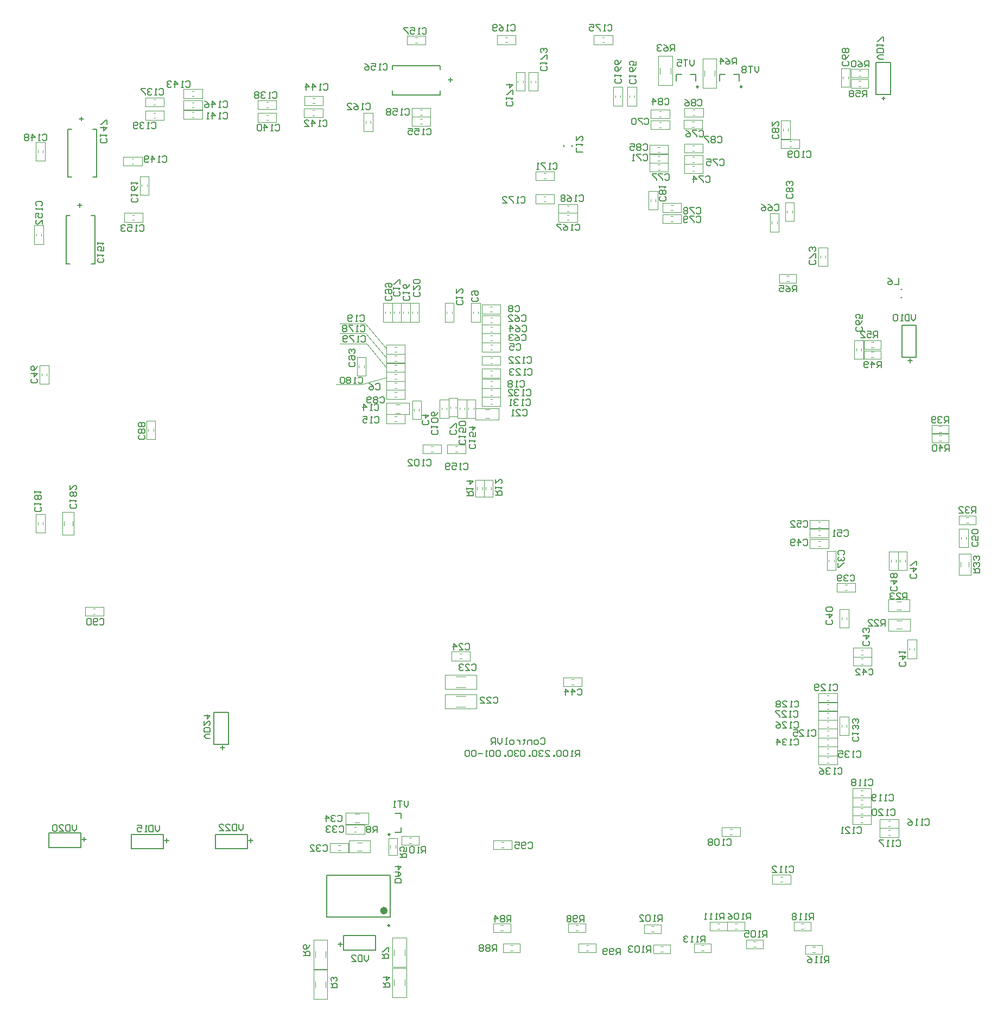
<source format=gbo>
G04 Layer_Color=32896*
%FSLAX44Y44*%
%MOMM*%
G71*
G01*
G75*
%ADD95C,0.2500*%
%ADD96C,0.6000*%
%ADD97C,0.2000*%
%ADD99C,0.1000*%
%ADD100C,0.1270*%
%ADD102C,0.1016*%
%ADD103C,0.1524*%
%ADD105C,0.1500*%
D95*
X576650Y287000D02*
G03*
X576650Y287000I-1250J0D01*
G01*
X577250Y429000D02*
G03*
X577250Y429000I-1250J0D01*
G01*
X1058250Y1595000D02*
G03*
X1058250Y1595000I-1250J0D01*
G01*
X1126250D02*
G03*
X1126250Y1595000I-1250J0D01*
G01*
D96*
X570800Y310250D02*
G03*
X570800Y310250I-3000J0D01*
G01*
D97*
X74500Y1454000D02*
Y1529000D01*
X119500Y1454000D02*
Y1529000D01*
X74500D02*
X80500D01*
X74500Y1454000D02*
X80500D01*
X113500Y1529000D02*
X119500D01*
X113500Y1454000D02*
X119500D01*
X72000Y1319000D02*
Y1394000D01*
X117000Y1319000D02*
Y1394000D01*
X72000D02*
X78000D01*
X72000Y1319000D02*
X78000D01*
X111000Y1394000D02*
X117000D01*
X111000Y1319000D02*
X117000D01*
X580750Y1627500D02*
X655750D01*
X580750Y1582500D02*
X655750D01*
Y1621500D02*
Y1627500D01*
X580750Y1621500D02*
Y1627500D01*
X655750Y1582500D02*
Y1588500D01*
X580750Y1582500D02*
Y1588500D01*
X478800Y300250D02*
Y365750D01*
X577800Y300250D02*
Y365750D01*
X478800D02*
X577800D01*
X478800Y300250D02*
X577800D01*
X1374000Y1266150D02*
X1376000D01*
X1374000Y1278850D02*
X1376000D01*
X848650Y1502000D02*
Y1504000D01*
X861350Y1502000D02*
Y1504000D01*
X585000Y432000D02*
X595000D01*
Y440000D01*
X585000Y462000D02*
X595000D01*
Y454000D02*
Y462000D01*
X1054000Y1604000D02*
Y1614000D01*
X1046000D02*
X1054000D01*
X1024000Y1604000D02*
Y1614000D01*
X1032000D01*
X1122000Y1604000D02*
Y1614000D01*
X1114000D02*
X1122000D01*
X1092000Y1604000D02*
Y1614000D01*
X1100000D01*
D99*
X929000Y1578500D02*
Y1581500D01*
X937000Y1578500D02*
Y1581500D01*
X926000Y1594500D02*
X940000D01*
Y1565500D02*
Y1594500D01*
X926000Y1565500D02*
X940000D01*
X926000D02*
Y1594500D01*
X777000Y1601500D02*
Y1604500D01*
X785000Y1601500D02*
Y1604500D01*
X774000Y1617500D02*
X788000D01*
Y1588500D02*
Y1617500D01*
X774000Y1588500D02*
X788000D01*
X774000D02*
Y1617500D01*
X1187500Y1513500D02*
Y1542500D01*
Y1513500D02*
X1201500D01*
Y1542500D01*
X1187500D02*
X1201500D01*
X1198500Y1526500D02*
Y1529500D01*
X1190500Y1526500D02*
Y1529500D01*
X1222000Y281750D02*
X1223000D01*
X1219000D02*
X1220000D01*
X1219000Y290250D02*
X1223000D01*
X1220000Y281750D02*
X1222000D01*
X1207750Y279250D02*
Y292750D01*
X1234250D01*
Y279250D02*
Y292750D01*
X1207750Y279250D02*
X1234250D01*
X1091000Y281750D02*
X1092000D01*
X1088000D02*
X1089000D01*
X1088000Y290250D02*
X1092000D01*
X1089000Y281750D02*
X1091000D01*
X1076750Y279250D02*
Y292750D01*
X1103250D01*
Y279250D02*
Y292750D01*
X1076750Y279250D02*
X1103250D01*
X870000Y278750D02*
X871000D01*
X867000D02*
X868000D01*
X867000Y287250D02*
X871000D01*
X868000Y278750D02*
X870000D01*
X855750Y276250D02*
Y289750D01*
X882250D01*
Y276250D02*
Y289750D01*
X855750Y276250D02*
X882250D01*
X988000Y277750D02*
X989000D01*
X985000D02*
X986000D01*
X985000Y286250D02*
X989000D01*
X986000Y277750D02*
X988000D01*
X973750Y275250D02*
Y288750D01*
X1000250D01*
Y275250D02*
Y288750D01*
X973750Y275250D02*
X1000250D01*
X999750Y254500D02*
X1000750D01*
X1002750D02*
X1003750D01*
X999750Y246000D02*
X1003750D01*
X1000750Y254500D02*
X1002750D01*
X1015000Y243500D02*
Y257000D01*
X988500Y243500D02*
X1015000D01*
X988500D02*
Y257000D01*
X1015000D01*
X721000Y1111000D02*
X750000D01*
Y1125000D01*
X721000D02*
X750000D01*
X721000Y1111000D02*
Y1125000D01*
X734000Y1122000D02*
X737000D01*
X734000Y1114000D02*
X737000D01*
X721000Y1097000D02*
X750000D01*
Y1111000D01*
X721000D02*
X750000D01*
X721000Y1097000D02*
Y1111000D01*
X734000Y1108000D02*
X737000D01*
X734000Y1100000D02*
X737000D01*
X1246000Y594000D02*
X1275000D01*
X1246000Y580000D02*
Y594000D01*
Y580000D02*
X1275000D01*
Y594000D01*
X1259000Y583000D02*
X1262000D01*
X1259000Y591000D02*
X1262000D01*
X626000Y1076500D02*
Y1105500D01*
X612000D02*
X626000D01*
X612000Y1076500D02*
Y1105500D01*
Y1076500D02*
X626000D01*
X615000Y1089500D02*
Y1092500D01*
X623000Y1089500D02*
Y1092500D01*
X721000Y1196000D02*
X750000D01*
X721000Y1182000D02*
Y1196000D01*
Y1182000D02*
X750000D01*
Y1196000D01*
X734000Y1185000D02*
X737000D01*
X734000Y1193000D02*
X737000D01*
X571500Y1122000D02*
X600500D01*
Y1136000D01*
X571500D02*
X600500D01*
X571500Y1122000D02*
Y1136000D01*
X584500Y1133000D02*
X587500D01*
X584500Y1125000D02*
X587500D01*
X720500Y1255000D02*
X749500D01*
X720500Y1241000D02*
Y1255000D01*
Y1241000D02*
X749500D01*
Y1255000D01*
X733500Y1244000D02*
X736500D01*
X733500Y1252000D02*
X736500D01*
X704000Y1228500D02*
Y1257500D01*
Y1228500D02*
X718000D01*
Y1257500D01*
X704000D02*
X718000D01*
X715000Y1241500D02*
Y1244500D01*
X707000Y1241500D02*
Y1244500D01*
X663000Y1228500D02*
Y1257500D01*
Y1228500D02*
X677000D01*
Y1257500D01*
X663000D02*
X677000D01*
X674000Y1241500D02*
Y1244500D01*
X666000Y1241500D02*
Y1244500D01*
X571500Y1084000D02*
X607500D01*
Y1102000D01*
X571500D02*
X607500D01*
X571500Y1084000D02*
Y1102000D01*
X586000Y1086250D02*
X593000D01*
X586000Y1099750D02*
X593000D01*
X571500Y1070000D02*
X600500D01*
Y1084000D01*
X571500D02*
X600500D01*
X571500Y1070000D02*
Y1084000D01*
X584500Y1081000D02*
X587500D01*
X584500Y1073000D02*
X587500D01*
X595000Y1228500D02*
Y1257500D01*
Y1228500D02*
X609000D01*
Y1257500D01*
X595000D02*
X609000D01*
X606000Y1241500D02*
Y1244500D01*
X598000Y1241500D02*
Y1244500D01*
X581000Y1228500D02*
Y1257500D01*
Y1228500D02*
X595000D01*
Y1257500D01*
X581000D02*
X595000D01*
X592000Y1241500D02*
Y1244500D01*
X584000Y1241500D02*
Y1244500D01*
X721000Y1139000D02*
X750000D01*
X721000Y1125000D02*
Y1139000D01*
Y1125000D02*
X750000D01*
Y1139000D01*
X734000Y1128000D02*
X737000D01*
X734000Y1136000D02*
X737000D01*
X571500Y1178500D02*
X600500D01*
Y1192500D01*
X571500D02*
X600500D01*
X571500Y1178500D02*
Y1192500D01*
X584500Y1189500D02*
X587500D01*
X584500Y1181500D02*
X587500D01*
X609000Y1228500D02*
Y1257500D01*
Y1228500D02*
X623000D01*
Y1257500D01*
X609000D02*
X623000D01*
X620000Y1241500D02*
Y1244500D01*
X612000Y1241500D02*
Y1244500D01*
X711000Y1094000D02*
X747000D01*
X711000Y1076000D02*
Y1094000D01*
Y1076000D02*
X747000D01*
Y1094000D01*
X725500Y1091750D02*
X732500D01*
X725500Y1078250D02*
X732500D01*
X663250Y647500D02*
X712750D01*
X663250Y625500D02*
Y647500D01*
Y625500D02*
X712750D01*
Y647500D01*
X680500Y628000D02*
X695500D01*
X680500Y645000D02*
X695500D01*
X663250Y678000D02*
X712750D01*
X663250Y656000D02*
Y678000D01*
Y656000D02*
X712750D01*
Y678000D01*
X680500Y658500D02*
X695500D01*
X680500Y675500D02*
X695500D01*
X483500Y401000D02*
X512500D01*
Y415000D01*
X483500D02*
X512500D01*
X483500Y401000D02*
Y415000D01*
X496500Y412000D02*
X499500D01*
X496500Y404000D02*
X499500D01*
X508500Y430000D02*
X537500D01*
Y444000D01*
X508500D02*
X537500D01*
X508500Y430000D02*
Y444000D01*
X521500Y441000D02*
X524500D01*
X521500Y433000D02*
X524500D01*
X508000Y445000D02*
X544000D01*
Y463000D01*
X508000D02*
X544000D01*
X508000Y445000D02*
Y463000D01*
X522500Y447250D02*
X529500D01*
X522500Y460750D02*
X529500D01*
X1273000Y841500D02*
Y870500D01*
X1259000D02*
X1273000D01*
X1259000Y841500D02*
Y870500D01*
Y841500D02*
X1273000D01*
X1262000Y854500D02*
Y857500D01*
X1270000Y854500D02*
Y857500D01*
X1274500Y807000D02*
X1303500D01*
Y821000D01*
X1274500D02*
X1303500D01*
X1274500Y807000D02*
Y821000D01*
X1287500Y818000D02*
X1290500D01*
X1287500Y810000D02*
X1290500D01*
X1293000Y751500D02*
Y780500D01*
X1279000D02*
X1293000D01*
X1279000Y751500D02*
Y780500D01*
Y751500D02*
X1293000D01*
X1282000Y764500D02*
Y767500D01*
X1290000Y764500D02*
Y767500D01*
X1385000Y703500D02*
Y732500D01*
Y703500D02*
X1399000D01*
Y732500D01*
X1385000D02*
X1399000D01*
X1396000Y716500D02*
Y719500D01*
X1388000Y716500D02*
Y719500D01*
X1299500Y706000D02*
X1328500D01*
X1299500Y692000D02*
Y706000D01*
Y692000D02*
X1328500D01*
Y706000D01*
X1312500Y695000D02*
X1315500D01*
X1312500Y703000D02*
X1315500D01*
X1299500Y720000D02*
X1328500D01*
X1299500Y706000D02*
Y720000D01*
Y706000D02*
X1328500D01*
Y720000D01*
X1312500Y709000D02*
X1315500D01*
X1312500Y717000D02*
X1315500D01*
X847500Y660000D02*
X876500D01*
Y674000D01*
X847500D02*
X876500D01*
X847500Y660000D02*
Y674000D01*
X860500Y671000D02*
X863500D01*
X860500Y663000D02*
X863500D01*
X45000Y1131500D02*
Y1160500D01*
X31000D02*
X45000D01*
X31000Y1131500D02*
Y1160500D01*
Y1131500D02*
X45000D01*
X34000Y1144500D02*
Y1147500D01*
X42000Y1144500D02*
Y1147500D01*
X1370000Y841250D02*
Y870250D01*
Y841250D02*
X1384000D01*
Y870250D01*
X1370000D02*
X1384000D01*
X1381000Y854250D02*
Y857250D01*
X1373000Y854250D02*
Y857250D01*
X1370000Y841250D02*
Y870250D01*
X1356000D02*
X1370000D01*
X1356000Y841250D02*
Y870250D01*
Y841250D02*
X1370000D01*
X1359000Y854250D02*
Y857250D01*
X1367000Y854250D02*
Y857250D01*
X1232500Y889500D02*
X1261500D01*
X1232500Y875500D02*
Y889500D01*
Y875500D02*
X1261500D01*
Y889500D01*
X1245500Y878500D02*
X1248500D01*
X1245500Y886500D02*
X1248500D01*
X1465000Y876500D02*
Y905500D01*
Y876500D02*
X1479000D01*
Y905500D01*
X1465000D02*
X1479000D01*
X1476000Y889500D02*
Y892500D01*
X1468000Y889500D02*
Y892500D01*
X1232500Y892250D02*
X1261500D01*
Y906250D01*
X1232500D02*
X1261500D01*
X1232500Y892250D02*
Y906250D01*
X1245500Y903250D02*
X1248500D01*
X1245500Y895250D02*
X1248500D01*
X1232500Y919250D02*
X1261500D01*
X1232500Y905250D02*
Y919250D01*
Y905250D02*
X1261500D01*
Y919250D01*
X1245500Y908250D02*
X1248500D01*
X1245500Y916250D02*
X1248500D01*
X721000Y1210000D02*
X750000D01*
Y1224000D01*
X721000D02*
X750000D01*
X721000Y1210000D02*
Y1224000D01*
X734000Y1221000D02*
X737000D01*
X734000Y1213000D02*
X737000D01*
X721000Y1224000D02*
X750000D01*
Y1238000D01*
X721000D02*
X750000D01*
X721000Y1224000D02*
Y1238000D01*
X734000Y1235000D02*
X737000D01*
X734000Y1227000D02*
X737000D01*
X721000Y1196000D02*
X750000D01*
Y1210000D01*
X721000D02*
X750000D01*
X721000Y1196000D02*
Y1210000D01*
X734000Y1207000D02*
X737000D01*
X734000Y1199000D02*
X737000D01*
X1302000Y1170500D02*
Y1199500D01*
Y1170500D02*
X1316000D01*
Y1199500D01*
X1302000D02*
X1316000D01*
X1313000Y1183500D02*
Y1186500D01*
X1305000Y1183500D02*
Y1186500D01*
X1260000Y1315500D02*
Y1344500D01*
X1246000D02*
X1260000D01*
X1246000Y1315500D02*
Y1344500D01*
Y1315500D02*
X1260000D01*
X1249000Y1328500D02*
Y1331500D01*
X1257000Y1328500D02*
Y1331500D01*
X984500Y1528500D02*
X1013500D01*
Y1542500D01*
X984500D02*
X1013500D01*
X984500Y1528500D02*
Y1542500D01*
X997500Y1539500D02*
X1000500D01*
X997500Y1531500D02*
X1000500D01*
X982500Y1490500D02*
X1011500D01*
X982500Y1476500D02*
Y1490500D01*
Y1476500D02*
X1011500D01*
Y1490500D01*
X995500Y1479500D02*
X998500D01*
X995500Y1487500D02*
X998500D01*
X1036250Y1460500D02*
X1065250D01*
Y1474500D01*
X1036250D02*
X1065250D01*
X1036250Y1460500D02*
Y1474500D01*
X1049250Y1471500D02*
X1052250D01*
X1049250Y1463500D02*
X1052250D01*
X1036250Y1474500D02*
X1065250D01*
Y1488500D01*
X1036250D02*
X1065250D01*
X1036250Y1474500D02*
Y1488500D01*
X1049250Y1485500D02*
X1052250D01*
X1049250Y1477500D02*
X1052250D01*
X1035500Y1529500D02*
X1064500D01*
Y1543500D01*
X1035500D02*
X1064500D01*
X1035500Y1529500D02*
Y1543500D01*
X1048500Y1540500D02*
X1051500D01*
X1048500Y1532500D02*
X1051500D01*
X982500Y1462500D02*
X1011500D01*
Y1476500D01*
X982500D02*
X1011500D01*
X982500Y1462500D02*
Y1476500D01*
X995500Y1473500D02*
X998500D01*
X995500Y1465500D02*
X998500D01*
X1002500Y1413500D02*
X1031500D01*
X1002500Y1399500D02*
Y1413500D01*
Y1399500D02*
X1031500D01*
Y1413500D01*
X1015500Y1402500D02*
X1018500D01*
X1015500Y1410500D02*
X1018500D01*
X1002500Y1396000D02*
X1031500D01*
X1002500Y1382000D02*
Y1396000D01*
Y1382000D02*
X1031500D01*
Y1396000D01*
X1015500Y1385000D02*
X1018500D01*
X1015500Y1393000D02*
X1018500D01*
X995000Y1403500D02*
Y1432500D01*
X981000D02*
X995000D01*
X981000Y1403500D02*
Y1432500D01*
Y1403500D02*
X995000D01*
X984000Y1416500D02*
Y1419500D01*
X992000Y1416500D02*
Y1419500D01*
X984500Y1559500D02*
X1013500D01*
X984500Y1545500D02*
Y1559500D01*
Y1545500D02*
X1013500D01*
Y1559500D01*
X997500Y1548500D02*
X1000500D01*
X997500Y1556500D02*
X1000500D01*
X982500Y1504000D02*
X1011500D01*
X982500Y1490000D02*
Y1504000D01*
Y1490000D02*
X1011500D01*
Y1504000D01*
X995500Y1493000D02*
X998500D01*
X995500Y1501000D02*
X998500D01*
X1037000Y1562000D02*
X1066000D01*
X1037000Y1548000D02*
Y1562000D01*
Y1548000D02*
X1066000D01*
Y1562000D01*
X1050000Y1551000D02*
X1053000D01*
X1050000Y1559000D02*
X1053000D01*
X1036250Y1506000D02*
X1065250D01*
X1036250Y1492000D02*
Y1506000D01*
Y1492000D02*
X1065250D01*
Y1506000D01*
X1049250Y1495000D02*
X1052250D01*
X1049250Y1503000D02*
X1052250D01*
X211500Y1045000D02*
Y1074000D01*
X197500D02*
X211500D01*
X197500Y1045000D02*
Y1074000D01*
Y1045000D02*
X211500D01*
X200500Y1058000D02*
Y1061000D01*
X208500Y1058000D02*
Y1061000D01*
X571500Y1122000D02*
X600500D01*
X571500Y1108000D02*
Y1122000D01*
Y1108000D02*
X600500D01*
Y1122000D01*
X584500Y1111000D02*
X587500D01*
X584500Y1119000D02*
X587500D01*
X101500Y770000D02*
X130500D01*
Y784000D01*
X101500D02*
X130500D01*
X101500Y770000D02*
Y784000D01*
X114500Y781000D02*
X117500D01*
X114500Y773000D02*
X117500D01*
X526000Y1144500D02*
Y1173500D01*
Y1144500D02*
X540000D01*
Y1173500D01*
X526000D02*
X540000D01*
X537000Y1157500D02*
Y1160500D01*
X529000Y1157500D02*
Y1160500D01*
X738500Y420000D02*
X767500D01*
X738500Y406000D02*
Y420000D01*
Y406000D02*
X767500D01*
Y420000D01*
X751500Y409000D02*
X754500D01*
X751500Y417000D02*
X754500D01*
X567000Y1228500D02*
Y1257500D01*
Y1228500D02*
X581000D01*
Y1257500D01*
X567000D02*
X581000D01*
X578000Y1241500D02*
Y1244500D01*
X570000Y1241500D02*
Y1244500D01*
X628500Y1023000D02*
X657500D01*
Y1037000D01*
X628500D02*
X657500D01*
X628500Y1023000D02*
Y1037000D01*
X641500Y1034000D02*
X644500D01*
X641500Y1026000D02*
X644500D01*
X1187500Y1513000D02*
X1216500D01*
X1187500Y1499000D02*
Y1513000D01*
Y1499000D02*
X1216500D01*
Y1513000D01*
X1200500Y1502000D02*
X1203500D01*
X1200500Y1510000D02*
X1203500D01*
X655000Y1078500D02*
Y1107500D01*
Y1078500D02*
X669000D01*
Y1107500D01*
X655000D02*
X669000D01*
X666000Y1091500D02*
Y1094500D01*
X658000Y1091500D02*
Y1094500D01*
X1094750Y426000D02*
X1123750D01*
Y440000D01*
X1094750D02*
X1123750D01*
X1094750Y426000D02*
Y440000D01*
X1107750Y437000D02*
X1110750D01*
X1107750Y429000D02*
X1110750D01*
X1173500Y352000D02*
X1202500D01*
Y366000D01*
X1173500D02*
X1202500D01*
X1173500Y352000D02*
Y366000D01*
X1186500Y363000D02*
X1189500D01*
X1186500Y355000D02*
X1189500D01*
X1341750Y452750D02*
X1370750D01*
X1341750Y438750D02*
Y452750D01*
Y438750D02*
X1370750D01*
Y452750D01*
X1354750Y441750D02*
X1357750D01*
X1354750Y449750D02*
X1357750D01*
X1341750Y438750D02*
X1370750D01*
X1341750Y424750D02*
Y438750D01*
Y424750D02*
X1370750D01*
Y438750D01*
X1354750Y427750D02*
X1357750D01*
X1354750Y435750D02*
X1357750D01*
X1298750Y486750D02*
X1327750D01*
Y500750D01*
X1298750D02*
X1327750D01*
X1298750Y486750D02*
Y500750D01*
X1311750Y497750D02*
X1314750D01*
X1311750Y489750D02*
X1314750D01*
X1298750Y472500D02*
X1327750D01*
Y486500D01*
X1298750D02*
X1327750D01*
X1298750Y472500D02*
Y486500D01*
X1311750Y483500D02*
X1314750D01*
X1311750Y475500D02*
X1314750D01*
X1298750Y458500D02*
X1327750D01*
Y472500D01*
X1298750D02*
X1327750D01*
X1298750Y458500D02*
Y472500D01*
X1311750Y469500D02*
X1314750D01*
X1311750Y461500D02*
X1314750D01*
X1298750Y444750D02*
X1327750D01*
Y458750D01*
X1298750D02*
X1327750D01*
X1298750Y444750D02*
Y458750D01*
X1311750Y455750D02*
X1314750D01*
X1311750Y447750D02*
X1314750D01*
X721000Y1175000D02*
X750000D01*
X721000Y1161000D02*
Y1175000D01*
Y1161000D02*
X750000D01*
Y1175000D01*
X734000Y1164000D02*
X737000D01*
X734000Y1172000D02*
X737000D01*
X721000Y1155000D02*
X750000D01*
X721000Y1141000D02*
Y1155000D01*
Y1141000D02*
X750000D01*
Y1155000D01*
X734000Y1144000D02*
X737000D01*
X734000Y1152000D02*
X737000D01*
X1246000Y608000D02*
X1275000D01*
X1246000Y594000D02*
Y608000D01*
Y594000D02*
X1275000D01*
Y608000D01*
X1259000Y597000D02*
X1262000D01*
X1259000Y605000D02*
X1262000D01*
X1246000Y622000D02*
X1275000D01*
X1246000Y608000D02*
Y622000D01*
Y608000D02*
X1275000D01*
Y622000D01*
X1259000Y611000D02*
X1262000D01*
X1259000Y619000D02*
X1262000D01*
X1246000Y635500D02*
X1275000D01*
X1246000Y621500D02*
Y635500D01*
Y621500D02*
X1275000D01*
Y635500D01*
X1259000Y624500D02*
X1262000D01*
X1259000Y632500D02*
X1262000D01*
X1246000Y649000D02*
X1275000D01*
X1246000Y635000D02*
Y649000D01*
Y635000D02*
X1275000D01*
Y649000D01*
X1259000Y638000D02*
X1262000D01*
X1259000Y646000D02*
X1262000D01*
X1293000Y584000D02*
Y613000D01*
X1279000D02*
X1293000D01*
X1279000Y584000D02*
Y613000D01*
Y584000D02*
X1293000D01*
X1282000Y597000D02*
Y600000D01*
X1290000Y597000D02*
Y600000D01*
X1246000Y580000D02*
X1275000D01*
X1246000Y566000D02*
Y580000D01*
Y566000D02*
X1275000D01*
Y580000D01*
X1259000Y569000D02*
X1262000D01*
X1259000Y577000D02*
X1262000D01*
X1246000Y566000D02*
X1275000D01*
X1246000Y552000D02*
Y566000D01*
Y552000D02*
X1275000D01*
Y566000D01*
X1259000Y555000D02*
X1262000D01*
X1259000Y563000D02*
X1262000D01*
X1246000Y552000D02*
X1275000D01*
X1246000Y538000D02*
Y552000D01*
Y538000D02*
X1275000D01*
Y552000D01*
X1259000Y541000D02*
X1262000D01*
X1259000Y549000D02*
X1262000D01*
X195500Y1578250D02*
X224500D01*
X195500Y1564250D02*
Y1578250D01*
Y1564250D02*
X224500D01*
Y1578250D01*
X208500Y1567250D02*
X211500D01*
X208500Y1575250D02*
X211500D01*
X371250Y1573750D02*
X400250D01*
X371250Y1559750D02*
Y1573750D01*
Y1559750D02*
X400250D01*
Y1573750D01*
X384250Y1562750D02*
X387250D01*
X384250Y1570750D02*
X387250D01*
X195500Y1557250D02*
X224500D01*
X195500Y1543250D02*
Y1557250D01*
Y1543250D02*
X224500D01*
Y1557250D01*
X208500Y1546250D02*
X211500D01*
X208500Y1554250D02*
X211500D01*
X371250Y1553750D02*
X400250D01*
X371250Y1539750D02*
Y1553750D01*
Y1539750D02*
X400250D01*
Y1553750D01*
X384250Y1542750D02*
X387250D01*
X384250Y1550750D02*
X387250D01*
X255500Y1544500D02*
X284500D01*
Y1558500D01*
X255500D02*
X284500D01*
X255500Y1544500D02*
Y1558500D01*
X268500Y1555500D02*
X271500D01*
X268500Y1547500D02*
X271500D01*
X443500Y1547000D02*
X472500D01*
Y1561000D01*
X443500D02*
X472500D01*
X443500Y1547000D02*
Y1561000D01*
X456500Y1558000D02*
X459500D01*
X456500Y1550000D02*
X459500D01*
X255500Y1591000D02*
X284500D01*
X255500Y1577000D02*
Y1591000D01*
Y1577000D02*
X284500D01*
Y1591000D01*
X268500Y1580000D02*
X271500D01*
X268500Y1588000D02*
X271500D01*
X443750Y1580000D02*
X472750D01*
X443750Y1566000D02*
Y1580000D01*
Y1566000D02*
X472750D01*
Y1580000D01*
X456750Y1569000D02*
X459750D01*
X456750Y1577000D02*
X459750D01*
X255500Y1573500D02*
X284500D01*
X255500Y1559500D02*
Y1573500D01*
Y1559500D02*
X284500D01*
Y1573500D01*
X268500Y1562500D02*
X271500D01*
X268500Y1570500D02*
X271500D01*
X161500Y1472000D02*
X190500D01*
Y1486000D01*
X161500D02*
X190500D01*
X161500Y1472000D02*
Y1486000D01*
X174500Y1483000D02*
X177500D01*
X174500Y1475000D02*
X177500D01*
X683000Y1078500D02*
Y1107500D01*
Y1078500D02*
X697000D01*
Y1107500D01*
X683000D02*
X697000D01*
X694000Y1091500D02*
Y1094500D01*
X686000Y1091500D02*
Y1094500D01*
X22500Y1349500D02*
Y1378500D01*
Y1349500D02*
X36500D01*
Y1378500D01*
X22500D02*
X36500D01*
X33500Y1362500D02*
Y1365500D01*
X25500Y1362500D02*
Y1365500D01*
X162500Y1384000D02*
X191500D01*
Y1398000D01*
X162500D02*
X191500D01*
X162500Y1384000D02*
Y1398000D01*
X175500Y1395000D02*
X178500D01*
X175500Y1387000D02*
X178500D01*
X697000Y1078500D02*
Y1107500D01*
Y1078500D02*
X711000D01*
Y1107500D01*
X697000D02*
X711000D01*
X708000Y1091500D02*
Y1094500D01*
X700000Y1091500D02*
Y1094500D01*
X611250Y1534250D02*
X640250D01*
Y1548250D01*
X611250D02*
X640250D01*
X611250Y1534250D02*
Y1548250D01*
X624250Y1545250D02*
X627250D01*
X624250Y1537250D02*
X627250D01*
X611250Y1562000D02*
X640250D01*
X611250Y1548000D02*
Y1562000D01*
Y1548000D02*
X640250D01*
Y1562000D01*
X624250Y1551000D02*
X627250D01*
X624250Y1559000D02*
X627250D01*
X187000Y1426500D02*
Y1455500D01*
Y1426500D02*
X201000D01*
Y1455500D01*
X187000D02*
X201000D01*
X198000Y1439500D02*
Y1442500D01*
X190000Y1439500D02*
Y1442500D01*
X536250Y1525500D02*
Y1554500D01*
Y1525500D02*
X550250D01*
Y1554500D01*
X536250D02*
X550250D01*
X547250Y1538500D02*
Y1541500D01*
X539250Y1538500D02*
Y1541500D01*
X840500Y1398000D02*
X869500D01*
X840500Y1384000D02*
Y1398000D01*
Y1384000D02*
X869500D01*
Y1398000D01*
X853500Y1387000D02*
X856500D01*
X853500Y1395000D02*
X856500D01*
X840500Y1412000D02*
X869500D01*
X840500Y1398000D02*
Y1412000D01*
Y1398000D02*
X869500D01*
Y1412000D01*
X853500Y1401000D02*
X856500D01*
X853500Y1409000D02*
X856500D01*
X948000Y1565500D02*
Y1594500D01*
Y1565500D02*
X962000D01*
Y1594500D01*
X948000D02*
X962000D01*
X959000Y1578500D02*
Y1581500D01*
X951000Y1578500D02*
Y1581500D01*
X744500Y1661000D02*
X773500D01*
Y1675000D01*
X744500D02*
X773500D01*
X744500Y1661000D02*
Y1675000D01*
X757500Y1672000D02*
X760500D01*
X757500Y1664000D02*
X760500D01*
X804500Y1463000D02*
X833500D01*
X804500Y1449000D02*
Y1463000D01*
Y1449000D02*
X833500D01*
Y1463000D01*
X817500Y1452000D02*
X820500D01*
X817500Y1460000D02*
X820500D01*
X804250Y1427000D02*
X833250D01*
X804250Y1413000D02*
Y1427000D01*
Y1413000D02*
X833250D01*
Y1427000D01*
X817250Y1416000D02*
X820250D01*
X817250Y1424000D02*
X820250D01*
X794000Y1588500D02*
Y1617500D01*
Y1588500D02*
X808000D01*
Y1617500D01*
X794000D02*
X808000D01*
X805000Y1601500D02*
Y1604500D01*
X797000Y1601500D02*
Y1604500D01*
X895500Y1661000D02*
X924500D01*
Y1675000D01*
X895500D02*
X924500D01*
X895500Y1661000D02*
Y1675000D01*
X908500Y1672000D02*
X911500D01*
X908500Y1664000D02*
X911500D01*
X571500Y1178500D02*
X600500D01*
X571500Y1164500D02*
Y1178500D01*
Y1164500D02*
X600500D01*
Y1178500D01*
X584500Y1167500D02*
X587500D01*
X584500Y1175500D02*
X587500D01*
X571500Y1164000D02*
X600500D01*
X571500Y1150000D02*
Y1164000D01*
Y1150000D02*
X600500D01*
Y1164000D01*
X584500Y1153000D02*
X587500D01*
X584500Y1161000D02*
X587500D01*
X571500Y1150000D02*
X600500D01*
X571500Y1136000D02*
Y1150000D01*
Y1136000D02*
X600500D01*
Y1150000D01*
X584500Y1139000D02*
X587500D01*
X584500Y1147000D02*
X587500D01*
X25000Y899500D02*
Y928500D01*
Y899500D02*
X39000D01*
Y928500D01*
X25000D02*
X39000D01*
X36000Y912500D02*
Y915500D01*
X28000Y912500D02*
Y915500D01*
X66499Y896000D02*
Y932000D01*
Y896000D02*
X84499D01*
Y932000D01*
X66499D02*
X84499D01*
X68749Y910500D02*
Y917500D01*
X82249Y910500D02*
Y917500D01*
X460750Y190500D02*
Y199500D01*
X477250Y190500D02*
Y199500D01*
X458250Y218000D02*
X479750D01*
Y172000D02*
Y218000D01*
X458250Y172000D02*
X479750D01*
X458250D02*
Y218000D01*
X583750Y193500D02*
Y202500D01*
X600250Y193500D02*
Y202500D01*
X581250Y221000D02*
X602750D01*
Y175000D02*
Y221000D01*
X581250Y175000D02*
X602750D01*
X581250D02*
Y221000D01*
X586250Y411000D02*
Y412000D01*
Y408000D02*
Y409000D01*
X577750Y408000D02*
Y412000D01*
X586250Y409000D02*
Y411000D01*
X575250Y396750D02*
X588750D01*
X575250D02*
Y423250D01*
X588750D01*
Y396750D02*
Y423250D01*
X460750Y237500D02*
Y246500D01*
X477250Y237500D02*
Y246500D01*
X458250Y265000D02*
X479750D01*
Y219000D02*
Y265000D01*
X458250Y219000D02*
X479750D01*
X458250D02*
Y265000D01*
X583750Y240500D02*
Y249500D01*
X600250Y240500D02*
Y249500D01*
X581250Y268000D02*
X602750D01*
Y222000D02*
Y268000D01*
X581250Y222000D02*
X602750D01*
X581250D02*
Y268000D01*
X513250Y400750D02*
X546750D01*
Y419250D01*
X513250D02*
X546750D01*
X513250Y400750D02*
Y419250D01*
X526000Y403500D02*
X534000D01*
X526000Y416500D02*
X534000D01*
X610000Y415750D02*
X611000D01*
X607000D02*
X608000D01*
X607000Y424250D02*
X611000D01*
X608000Y415750D02*
X610000D01*
X595750Y413250D02*
Y426750D01*
X622250D01*
Y413250D02*
Y426750D01*
X595750Y413250D02*
X622250D01*
X726750Y966750D02*
Y967750D01*
Y969750D02*
Y970750D01*
X735250Y966750D02*
Y970750D01*
X726750Y967750D02*
Y969750D01*
X724250Y982000D02*
X737750D01*
Y955500D02*
Y982000D01*
X724250Y955500D02*
X737750D01*
X724250D02*
Y982000D01*
X713250Y966750D02*
Y967750D01*
Y969750D02*
Y970750D01*
X721750Y966750D02*
Y970750D01*
X713250Y967750D02*
Y969750D01*
X710750Y982000D02*
X724250D01*
Y955500D02*
Y982000D01*
X710750Y955500D02*
X724250D01*
X710750D02*
Y982000D01*
X1355251Y746751D02*
X1388750D01*
Y765251D01*
X1355251D02*
X1388750D01*
X1355251Y746751D02*
Y765251D01*
X1368000Y749501D02*
X1376001D01*
X1368000Y762501D02*
X1376001D01*
X1483250Y833250D02*
Y866750D01*
X1464750D02*
X1483250D01*
X1464750Y833250D02*
Y866750D01*
Y833250D02*
X1483250D01*
X1480500Y846000D02*
Y854000D01*
X1467500Y846000D02*
Y854000D01*
X1434000Y1065250D02*
X1435000D01*
X1437000D02*
X1438000D01*
X1434000Y1056750D02*
X1438000D01*
X1435000Y1065250D02*
X1437000D01*
X1449250Y1054250D02*
Y1067750D01*
X1422750Y1054250D02*
X1449250D01*
X1422750D02*
Y1067750D01*
X1449250D01*
X1434000Y1051250D02*
X1435000D01*
X1437000D02*
X1438000D01*
X1434000Y1042750D02*
X1438000D01*
X1435000Y1051250D02*
X1437000D01*
X1449250Y1040250D02*
Y1053750D01*
X1422750Y1040250D02*
X1449250D01*
X1422750D02*
Y1053750D01*
X1449250D01*
X1328000Y1181250D02*
X1329000D01*
X1331000D02*
X1332000D01*
X1328000Y1172750D02*
X1332000D01*
X1329000Y1181250D02*
X1331000D01*
X1343250Y1170250D02*
Y1183750D01*
X1316750Y1170250D02*
X1343250D01*
X1316750D02*
Y1183750D01*
X1343250D01*
X1331000Y1188750D02*
X1332000D01*
X1328000D02*
X1329000D01*
X1328000Y1197250D02*
X1332000D01*
X1329000Y1188750D02*
X1331000D01*
X1316750Y1186250D02*
Y1199750D01*
X1343250D01*
Y1186250D02*
Y1199750D01*
X1316750Y1186250D02*
X1343250D01*
X1308000Y1604250D02*
X1309000D01*
X1311000D02*
X1312000D01*
X1308000Y1595750D02*
X1312000D01*
X1309000Y1604250D02*
X1311000D01*
X1323250Y1593250D02*
Y1606750D01*
X1296750Y1593250D02*
X1323250D01*
X1296750D02*
Y1606750D01*
X1323250D01*
X1311000Y1611750D02*
X1312000D01*
X1308000D02*
X1309000D01*
X1308000Y1620250D02*
X1312000D01*
X1309000Y1611750D02*
X1311000D01*
X1296750Y1609250D02*
Y1622750D01*
X1323250D01*
Y1609250D02*
Y1622750D01*
X1296750Y1609250D02*
X1323250D01*
X1015250Y1615500D02*
Y1624500D01*
X998750Y1615500D02*
Y1624500D01*
X996250Y1597000D02*
X1017750D01*
X996250D02*
Y1643000D01*
X1017750D01*
Y1597000D02*
Y1643000D01*
X1084250Y1611500D02*
Y1620500D01*
X1067750Y1611500D02*
Y1620500D01*
X1065250Y1593000D02*
X1086750D01*
X1065250D02*
Y1639000D01*
X1086750D01*
Y1593000D02*
Y1639000D01*
X1196000Y1300000D02*
X1197000D01*
X1199000D02*
X1200000D01*
X1196000Y1291500D02*
X1200000D01*
X1197000Y1300000D02*
X1199000D01*
X1211250Y1289000D02*
Y1302500D01*
X1184750Y1289000D02*
X1211250D01*
X1184750D02*
Y1302500D01*
X1211250D01*
X1115000Y290250D02*
X1116000D01*
X1118000D02*
X1119000D01*
X1115000Y281750D02*
X1119000D01*
X1116000Y290250D02*
X1118000D01*
X1130250Y279250D02*
Y292750D01*
X1103750Y279250D02*
X1130250D01*
X1103750D02*
Y292750D01*
X1130250D01*
X1147000Y253750D02*
X1148000D01*
X1144000D02*
X1145000D01*
X1144000Y262250D02*
X1148000D01*
X1145000Y253750D02*
X1147000D01*
X1132750Y251250D02*
Y264750D01*
X1159250D01*
Y251250D02*
Y264750D01*
X1132750Y251250D02*
X1159250D01*
X1239750Y245250D02*
X1240750D01*
X1236750D02*
X1237750D01*
X1236750Y253750D02*
X1240750D01*
X1237750Y245250D02*
X1239750D01*
X1225500Y242750D02*
Y256250D01*
X1252000D01*
Y242750D02*
Y256250D01*
X1225500Y242750D02*
X1252000D01*
X765000Y256250D02*
X766000D01*
X768000D02*
X769000D01*
X765000Y247750D02*
X769000D01*
X766000Y256250D02*
X768000D01*
X780250Y245250D02*
Y258750D01*
X753750Y245250D02*
X780250D01*
X753750D02*
Y258750D01*
X780250D01*
X883000Y256250D02*
X884000D01*
X886000D02*
X887000D01*
X883000Y247750D02*
X887000D01*
X884000Y256250D02*
X886000D01*
X898250Y245250D02*
Y258750D01*
X871750Y245250D02*
X898250D01*
X871750D02*
Y258750D01*
X898250D01*
X753000Y278750D02*
X754000D01*
X750000D02*
X751000D01*
X750000Y287250D02*
X754000D01*
X751000Y278750D02*
X753000D01*
X738750Y276250D02*
Y289750D01*
X765250D01*
Y276250D02*
Y289750D01*
X738750Y276250D02*
X765250D01*
X666500Y1023000D02*
X695500D01*
Y1037000D01*
X666500D02*
X695500D01*
X666500Y1023000D02*
Y1037000D01*
X679500Y1034000D02*
X682500D01*
X679500Y1026000D02*
X682500D01*
X683000Y1080500D02*
Y1109500D01*
X669000D02*
X683000D01*
X669000Y1080500D02*
Y1109500D01*
Y1080500D02*
X683000D01*
X672000Y1093500D02*
Y1096500D01*
X680000Y1093500D02*
Y1096500D01*
X1354750Y776750D02*
X1388250D01*
Y795250D01*
X1354750D02*
X1388250D01*
X1354750Y776750D02*
Y795250D01*
X1367500Y779500D02*
X1375500D01*
X1367500Y792500D02*
X1375500D01*
X1281000Y1594500D02*
Y1623500D01*
Y1594500D02*
X1295000D01*
Y1623500D01*
X1281000D02*
X1295000D01*
X1292000Y1607500D02*
Y1610500D01*
X1284000Y1607500D02*
Y1610500D01*
X1184000Y1368500D02*
Y1397500D01*
X1170000D02*
X1184000D01*
X1170000Y1368500D02*
Y1397500D01*
Y1368500D02*
X1184000D01*
X1173000Y1381500D02*
Y1384500D01*
X1181000Y1381500D02*
Y1384500D01*
X1194000Y1385500D02*
Y1414500D01*
Y1385500D02*
X1208000D01*
Y1414500D01*
X1194000D02*
X1208000D01*
X1205000Y1398500D02*
Y1401500D01*
X1197000Y1398500D02*
Y1401500D01*
X1479000Y914750D02*
X1480000D01*
X1476000D02*
X1477000D01*
X1476000Y923250D02*
X1480000D01*
X1477000Y914750D02*
X1479000D01*
X1464750Y912250D02*
Y925750D01*
X1491250D01*
Y912250D02*
Y925750D01*
X1464750Y912250D02*
X1491250D01*
X1066000Y248000D02*
X1067000D01*
X1063000D02*
X1064000D01*
X1063000Y256500D02*
X1067000D01*
X1064000Y248000D02*
X1066000D01*
X1051750Y245500D02*
Y259000D01*
X1078250D01*
Y245500D02*
Y259000D01*
X1051750Y245500D02*
X1078250D01*
X673500Y714000D02*
X702500D01*
X673500Y700000D02*
Y714000D01*
Y700000D02*
X702500D01*
Y714000D01*
X686500Y703000D02*
X689500D01*
X686500Y711000D02*
X689500D01*
X603750Y1674500D02*
X632750D01*
X603750Y1660500D02*
Y1674500D01*
Y1660500D02*
X632750D01*
Y1674500D01*
X616750Y1663500D02*
X619750D01*
X616750Y1671500D02*
X619750D01*
X25000Y1479500D02*
Y1508500D01*
Y1479500D02*
X39000D01*
Y1508500D01*
X25000D02*
X39000D01*
X36000Y1492500D02*
Y1495500D01*
X28000Y1492500D02*
Y1495500D01*
D100*
X505000Y248750D02*
Y271250D01*
X555000D01*
Y248750D02*
Y271250D01*
X505000Y248750D02*
X555000D01*
X1375750Y1173000D02*
X1398250D01*
X1375750D02*
Y1223000D01*
X1398250D01*
Y1173000D02*
Y1223000D01*
X224000Y406750D02*
Y429250D01*
X174000Y406750D02*
X224000D01*
X174000D02*
Y429250D01*
X224000D01*
X95000Y408750D02*
Y431250D01*
X45000Y408750D02*
X95000D01*
X45000D02*
Y431250D01*
X95000D01*
X355000Y406750D02*
Y429250D01*
X305000Y406750D02*
X355000D01*
X305000D02*
Y429250D01*
X355000D01*
X302750Y569250D02*
X325250D01*
X302750D02*
Y619250D01*
X325250D01*
Y569250D02*
Y619250D01*
X1335750Y1583000D02*
X1358250D01*
X1335750D02*
Y1633000D01*
X1358250D01*
Y1583000D02*
Y1633000D01*
D102*
X533000Y1130500D02*
X571500Y1142000D01*
X493250Y1130500D02*
X533000D01*
X541000Y1194000D02*
X571000Y1158000D01*
X499000Y1194000D02*
X541000D01*
X540000Y1210000D02*
X571500Y1172000D01*
X499000Y1210000D02*
X540000D01*
X539000Y1226000D02*
X571500Y1187000D01*
X499000Y1226000D02*
X539000D01*
D103*
X1347559Y1574750D02*
Y1579828D01*
X1350098Y1577289D02*
X1345020D01*
D105*
X812130Y578224D02*
X813796Y579890D01*
X817129D01*
X818795Y578224D01*
Y571560D01*
X817129Y569893D01*
X813796D01*
X812130Y571560D01*
X807132Y569893D02*
X803799D01*
X802133Y571560D01*
Y574892D01*
X803799Y576558D01*
X807132D01*
X808798Y574892D01*
Y571560D01*
X807132Y569893D01*
X798801D02*
Y576558D01*
X793803D01*
X792137Y574892D01*
Y569893D01*
X787138Y578224D02*
Y576558D01*
X788804D01*
X785472D01*
X787138D01*
Y571560D01*
X785472Y569893D01*
X780474Y576558D02*
Y569893D01*
Y573226D01*
X778808Y574892D01*
X777141Y576558D01*
X775475D01*
X768811Y569893D02*
X765479D01*
X763812Y571560D01*
Y574892D01*
X765479Y576558D01*
X768811D01*
X770477Y574892D01*
Y571560D01*
X768811Y569893D01*
X760480D02*
X757148D01*
X758814D01*
Y579890D01*
X760480D01*
X752149D02*
Y573226D01*
X748817Y569893D01*
X745485Y573226D01*
Y579890D01*
X742153Y569893D02*
Y579890D01*
X737154D01*
X735488Y578224D01*
Y574892D01*
X737154Y573226D01*
X742153D01*
X738820D02*
X735488Y569893D01*
X872931Y550502D02*
Y560498D01*
X867933D01*
X866267Y558832D01*
Y555500D01*
X867933Y553834D01*
X872931D01*
X869599D02*
X866267Y550502D01*
X862934D02*
X859602D01*
X861268D01*
Y560498D01*
X862934Y558832D01*
X854604D02*
X852938Y560498D01*
X849605D01*
X847939Y558832D01*
Y552168D01*
X849605Y550502D01*
X852938D01*
X854604Y552168D01*
Y558832D01*
X844607D02*
X842941Y560498D01*
X839609D01*
X837943Y558832D01*
Y552168D01*
X839609Y550502D01*
X842941D01*
X844607Y552168D01*
Y558832D01*
X834610Y550502D02*
Y552168D01*
X832944D01*
Y550502D01*
X834610D01*
X819615D02*
X826280D01*
X819615Y557166D01*
Y558832D01*
X821281Y560498D01*
X824613D01*
X826280Y558832D01*
X816283D02*
X814617Y560498D01*
X811284D01*
X809618Y558832D01*
Y557166D01*
X811284Y555500D01*
X812951D01*
X811284D01*
X809618Y553834D01*
Y552168D01*
X811284Y550502D01*
X814617D01*
X816283Y552168D01*
X806286Y558832D02*
X804620Y560498D01*
X801288D01*
X799622Y558832D01*
Y552168D01*
X801288Y550502D01*
X804620D01*
X806286Y552168D01*
Y558832D01*
X796289Y550502D02*
Y552168D01*
X794623D01*
Y550502D01*
X796289D01*
X787959Y558832D02*
X786292Y560498D01*
X782960D01*
X781294Y558832D01*
Y552168D01*
X782960Y550502D01*
X786292D01*
X787959Y552168D01*
Y558832D01*
X777962D02*
X776296Y560498D01*
X772963D01*
X771297Y558832D01*
Y557166D01*
X772963Y555500D01*
X774630D01*
X772963D01*
X771297Y553834D01*
Y552168D01*
X772963Y550502D01*
X776296D01*
X777962Y552168D01*
X767965Y558832D02*
X766299Y560498D01*
X762967D01*
X761301Y558832D01*
Y552168D01*
X762967Y550502D01*
X766299D01*
X767965Y552168D01*
Y558832D01*
X757968Y550502D02*
Y552168D01*
X756302D01*
Y550502D01*
X757968D01*
X749638Y558832D02*
X747971Y560498D01*
X744639D01*
X742973Y558832D01*
Y552168D01*
X744639Y550502D01*
X747971D01*
X749638Y552168D01*
Y558832D01*
X739641D02*
X737975Y560498D01*
X734642D01*
X732976Y558832D01*
Y552168D01*
X734642Y550502D01*
X737975D01*
X739641Y552168D01*
Y558832D01*
X729644Y550502D02*
X726312D01*
X727978D01*
Y560498D01*
X729644Y558832D01*
X721313Y555500D02*
X714649D01*
X711317Y558832D02*
X709650Y560498D01*
X706318D01*
X704652Y558832D01*
Y552168D01*
X706318Y550502D01*
X709650D01*
X711317Y552168D01*
Y558832D01*
X701320D02*
X699654Y560498D01*
X696321D01*
X694655Y558832D01*
Y552168D01*
X696321Y550502D01*
X699654D01*
X701320Y552168D01*
Y558832D01*
X936331Y1607664D02*
X937997Y1605998D01*
Y1602666D01*
X936331Y1601000D01*
X929666D01*
X928000Y1602666D01*
Y1605998D01*
X929666Y1607664D01*
X928000Y1610997D02*
Y1614329D01*
Y1612663D01*
X937997D01*
X936331Y1610997D01*
X937997Y1625992D02*
X936331Y1622660D01*
X932998Y1619327D01*
X929666D01*
X928000Y1620994D01*
Y1624326D01*
X929666Y1625992D01*
X931332D01*
X932998Y1624326D01*
Y1619327D01*
X937997Y1635989D02*
X936331Y1632657D01*
X932998Y1629324D01*
X929666D01*
X928000Y1630990D01*
Y1634323D01*
X929666Y1635989D01*
X931332D01*
X932998Y1634323D01*
Y1629324D01*
X767331Y1571664D02*
X768997Y1569998D01*
Y1566666D01*
X767331Y1565000D01*
X760666D01*
X759000Y1566666D01*
Y1569998D01*
X760666Y1571664D01*
X759000Y1574997D02*
Y1578329D01*
Y1576663D01*
X768997D01*
X767331Y1574997D01*
X768997Y1583327D02*
Y1589992D01*
X767331D01*
X760666Y1583327D01*
X759000D01*
Y1598323D02*
X768997D01*
X763998Y1593324D01*
Y1599989D01*
X1182331Y1520665D02*
X1183997Y1518998D01*
Y1515666D01*
X1182331Y1514000D01*
X1175666D01*
X1174000Y1515666D01*
Y1518998D01*
X1175666Y1520665D01*
X1182331Y1523997D02*
X1183997Y1525663D01*
Y1528995D01*
X1182331Y1530661D01*
X1180665D01*
X1178998Y1528995D01*
X1177332Y1530661D01*
X1175666D01*
X1174000Y1528995D01*
Y1525663D01*
X1175666Y1523997D01*
X1177332D01*
X1178998Y1525663D01*
X1180665Y1523997D01*
X1182331D01*
X1178998Y1525663D02*
Y1528995D01*
X1174000Y1540658D02*
Y1533994D01*
X1180665Y1540658D01*
X1182331D01*
X1183997Y1538992D01*
Y1535660D01*
X1182331Y1533994D01*
X1238000Y296000D02*
Y305997D01*
X1233002D01*
X1231336Y304331D01*
Y300998D01*
X1233002Y299332D01*
X1238000D01*
X1234668D02*
X1231336Y296000D01*
X1228003D02*
X1224671D01*
X1226337D01*
Y305997D01*
X1228003Y304331D01*
X1219673Y296000D02*
X1216340D01*
X1218007D01*
Y305997D01*
X1219673Y304331D01*
X1211342D02*
X1209676Y305997D01*
X1206344D01*
X1204677Y304331D01*
Y302665D01*
X1206344Y300998D01*
X1204677Y299332D01*
Y297666D01*
X1206344Y296000D01*
X1209676D01*
X1211342Y297666D01*
Y299332D01*
X1209676Y300998D01*
X1211342Y302665D01*
Y304331D01*
X1209676Y300998D02*
X1206344D01*
X1068750Y261000D02*
Y270997D01*
X1063752D01*
X1062085Y269331D01*
Y265998D01*
X1063752Y264332D01*
X1068750D01*
X1065418D02*
X1062085Y261000D01*
X1058753D02*
X1055421D01*
X1057087D01*
Y270997D01*
X1058753Y269331D01*
X1050423Y261000D02*
X1047090D01*
X1048756D01*
Y270997D01*
X1050423Y269331D01*
X1042092D02*
X1040426Y270997D01*
X1037094D01*
X1035427Y269331D01*
Y267665D01*
X1037094Y265998D01*
X1038760D01*
X1037094D01*
X1035427Y264332D01*
Y262666D01*
X1037094Y261000D01*
X1040426D01*
X1042092Y262666D01*
X1098000Y296500D02*
Y306497D01*
X1093002D01*
X1091336Y304831D01*
Y301498D01*
X1093002Y299832D01*
X1098000D01*
X1094668D02*
X1091336Y296500D01*
X1088003D02*
X1084671D01*
X1086337D01*
Y306497D01*
X1088003Y304831D01*
X1079673Y296500D02*
X1076340D01*
X1078006D01*
Y306497D01*
X1079673Y304831D01*
X1071342Y296500D02*
X1068010D01*
X1069676D01*
Y306497D01*
X1071342Y304831D01*
X880000Y293000D02*
Y302997D01*
X875002D01*
X873335Y301331D01*
Y297998D01*
X875002Y296332D01*
X880000D01*
X876668D02*
X873335Y293000D01*
X870003Y294666D02*
X868337Y293000D01*
X865005D01*
X863339Y294666D01*
Y301331D01*
X865005Y302997D01*
X868337D01*
X870003Y301331D01*
Y299665D01*
X868337Y297998D01*
X863339D01*
X860006Y301331D02*
X858340Y302997D01*
X855008D01*
X853342Y301331D01*
Y299665D01*
X855008Y297998D01*
X853342Y296332D01*
Y294666D01*
X855008Y293000D01*
X858340D01*
X860006Y294666D01*
Y296332D01*
X858340Y297998D01*
X860006Y299665D01*
Y301331D01*
X858340Y297998D02*
X855008D01*
X1001750Y293250D02*
Y303247D01*
X996752D01*
X995086Y301581D01*
Y298248D01*
X996752Y296582D01*
X1001750D01*
X998418D02*
X995086Y293250D01*
X991753D02*
X988421D01*
X990087D01*
Y303247D01*
X991753Y301581D01*
X983423D02*
X981756Y303247D01*
X978424D01*
X976758Y301581D01*
Y294916D01*
X978424Y293250D01*
X981756D01*
X983423Y294916D01*
Y301581D01*
X966761Y293250D02*
X973426D01*
X966761Y299914D01*
Y301581D01*
X968427Y303247D01*
X971760D01*
X973426Y301581D01*
X984250Y245250D02*
Y255247D01*
X979252D01*
X977586Y253581D01*
Y250248D01*
X979252Y248582D01*
X984250D01*
X980918D02*
X977586Y245250D01*
X974253D02*
X970921D01*
X972587D01*
Y255247D01*
X974253Y253581D01*
X965923D02*
X964256Y255247D01*
X960924D01*
X959258Y253581D01*
Y246916D01*
X960924Y245250D01*
X964256D01*
X965923Y246916D01*
Y253581D01*
X955926D02*
X954260Y255247D01*
X950927D01*
X949261Y253581D01*
Y251915D01*
X950927Y250248D01*
X952594D01*
X950927D01*
X949261Y248582D01*
Y246916D01*
X950927Y245250D01*
X954260D01*
X955926Y246916D01*
X790335Y1121331D02*
X792002Y1122997D01*
X795334D01*
X797000Y1121331D01*
Y1114666D01*
X795334Y1113000D01*
X792002D01*
X790335Y1114666D01*
X787003Y1113000D02*
X783671D01*
X785337D01*
Y1122997D01*
X787003Y1121331D01*
X778673D02*
X777006Y1122997D01*
X773674D01*
X772008Y1121331D01*
Y1119665D01*
X773674Y1117998D01*
X775340D01*
X773674D01*
X772008Y1116332D01*
Y1114666D01*
X773674Y1113000D01*
X777006D01*
X778673Y1114666D01*
X762011Y1113000D02*
X768676D01*
X762011Y1119665D01*
Y1121331D01*
X763677Y1122997D01*
X767010D01*
X768676Y1121331D01*
X789335Y1106331D02*
X791002Y1107997D01*
X794334D01*
X796000Y1106331D01*
Y1099666D01*
X794334Y1098000D01*
X791002D01*
X789335Y1099666D01*
X786003Y1098000D02*
X782671D01*
X784337D01*
Y1107997D01*
X786003Y1106331D01*
X777673D02*
X776006Y1107997D01*
X772674D01*
X771008Y1106331D01*
Y1104665D01*
X772674Y1102998D01*
X774340D01*
X772674D01*
X771008Y1101332D01*
Y1099666D01*
X772674Y1098000D01*
X776006D01*
X777673Y1099666D01*
X767676Y1098000D02*
X764344D01*
X766010D01*
Y1107997D01*
X767676Y1106331D01*
X1234836Y590581D02*
X1236502Y592247D01*
X1239834D01*
X1241500Y590581D01*
Y583916D01*
X1239834Y582250D01*
X1236502D01*
X1234836Y583916D01*
X1231503Y582250D02*
X1228171D01*
X1229837D01*
Y592247D01*
X1231503Y590581D01*
X1216508Y582250D02*
X1223173D01*
X1216508Y588914D01*
Y590581D01*
X1218174Y592247D01*
X1221506D01*
X1223173Y590581D01*
X1206511Y592247D02*
X1213176D01*
Y587248D01*
X1209844Y588914D01*
X1208177D01*
X1206511Y587248D01*
Y583916D01*
X1208177Y582250D01*
X1211510D01*
X1213176Y583916D01*
X636331Y1074665D02*
X637997Y1072998D01*
Y1069666D01*
X636331Y1068000D01*
X629666D01*
X628000Y1069666D01*
Y1072998D01*
X629666Y1074665D01*
X628000Y1082995D02*
X637997D01*
X632998Y1077997D01*
Y1084661D01*
X774335Y1192331D02*
X776002Y1193997D01*
X779334D01*
X781000Y1192331D01*
Y1185666D01*
X779334Y1184000D01*
X776002D01*
X774335Y1185666D01*
X764339Y1193997D02*
X771003D01*
Y1188998D01*
X767671Y1190665D01*
X766005D01*
X764339Y1188998D01*
Y1185666D01*
X766005Y1184000D01*
X769337D01*
X771003Y1185666D01*
X554585Y1130581D02*
X556252Y1132247D01*
X559584D01*
X561250Y1130581D01*
Y1123916D01*
X559584Y1122250D01*
X556252D01*
X554585Y1123916D01*
X544589Y1132247D02*
X547921Y1130581D01*
X551253Y1127248D01*
Y1123916D01*
X549587Y1122250D01*
X546255D01*
X544589Y1123916D01*
Y1125582D01*
X546255Y1127248D01*
X551253D01*
X772336Y1252331D02*
X774002Y1253997D01*
X777334D01*
X779000Y1252331D01*
Y1245666D01*
X777334Y1244000D01*
X774002D01*
X772336Y1245666D01*
X769003Y1252331D02*
X767337Y1253997D01*
X764005D01*
X762339Y1252331D01*
Y1250665D01*
X764005Y1248998D01*
X762339Y1247332D01*
Y1245666D01*
X764005Y1244000D01*
X767337D01*
X769003Y1245666D01*
Y1247332D01*
X767337Y1248998D01*
X769003Y1250665D01*
Y1252331D01*
X767337Y1248998D02*
X764005D01*
X713331Y1266665D02*
X714997Y1264998D01*
Y1261666D01*
X713331Y1260000D01*
X706666D01*
X705000Y1261666D01*
Y1264998D01*
X706666Y1266665D01*
Y1269997D02*
X705000Y1271663D01*
Y1274995D01*
X706666Y1276661D01*
X713331D01*
X714997Y1274995D01*
Y1271663D01*
X713331Y1269997D01*
X711665D01*
X709998Y1271663D01*
Y1276661D01*
X689331Y1261665D02*
X690997Y1259998D01*
Y1256666D01*
X689331Y1255000D01*
X682666D01*
X681000Y1256666D01*
Y1259998D01*
X682666Y1261665D01*
X681000Y1264997D02*
Y1268329D01*
Y1266663D01*
X690997D01*
X689331Y1264997D01*
X681000Y1279992D02*
Y1273327D01*
X687664Y1279992D01*
X689331D01*
X690997Y1278326D01*
Y1274994D01*
X689331Y1273327D01*
X552836Y1098331D02*
X554502Y1099997D01*
X557834D01*
X559500Y1098331D01*
Y1091666D01*
X557834Y1090000D01*
X554502D01*
X552836Y1091666D01*
X549503Y1090000D02*
X546171D01*
X547837D01*
Y1099997D01*
X549503Y1098331D01*
X536174Y1090000D02*
Y1099997D01*
X541173Y1094998D01*
X534508D01*
X553335Y1079331D02*
X555002Y1080997D01*
X558334D01*
X560000Y1079331D01*
Y1072666D01*
X558334Y1071000D01*
X555002D01*
X553335Y1072666D01*
X550003Y1071000D02*
X546671D01*
X548337D01*
Y1080997D01*
X550003Y1079331D01*
X535008Y1080997D02*
X541673D01*
Y1075998D01*
X538340Y1077664D01*
X536674D01*
X535008Y1075998D01*
Y1072666D01*
X536674Y1071000D01*
X540006D01*
X541673Y1072666D01*
X606331Y1268664D02*
X607997Y1266998D01*
Y1263666D01*
X606331Y1262000D01*
X599666D01*
X598000Y1263666D01*
Y1266998D01*
X599666Y1268664D01*
X598000Y1271997D02*
Y1275329D01*
Y1273663D01*
X607997D01*
X606331Y1271997D01*
X607997Y1286992D02*
X606331Y1283660D01*
X602998Y1280327D01*
X599666D01*
X598000Y1281994D01*
Y1285326D01*
X599666Y1286992D01*
X601332D01*
X602998Y1285326D01*
Y1280327D01*
X591331Y1275665D02*
X592997Y1273998D01*
Y1270666D01*
X591331Y1269000D01*
X584666D01*
X583000Y1270666D01*
Y1273998D01*
X584666Y1275665D01*
X583000Y1278997D02*
Y1282329D01*
Y1280663D01*
X592997D01*
X591331Y1278997D01*
X592997Y1287327D02*
Y1293992D01*
X591331D01*
X584666Y1287327D01*
X583000D01*
X779836Y1135331D02*
X781502Y1136997D01*
X784834D01*
X786500Y1135331D01*
Y1128666D01*
X784834Y1127000D01*
X781502D01*
X779836Y1128666D01*
X776503Y1127000D02*
X773171D01*
X774837D01*
Y1136997D01*
X776503Y1135331D01*
X768173D02*
X766507Y1136997D01*
X763174D01*
X761508Y1135331D01*
Y1133664D01*
X763174Y1131998D01*
X761508Y1130332D01*
Y1128666D01*
X763174Y1127000D01*
X766507D01*
X768173Y1128666D01*
Y1130332D01*
X766507Y1131998D01*
X768173Y1133664D01*
Y1135331D01*
X766507Y1131998D02*
X763174D01*
X530336Y1237331D02*
X532002Y1238997D01*
X535334D01*
X537000Y1237331D01*
Y1230666D01*
X535334Y1229000D01*
X532002D01*
X530336Y1230666D01*
X527003Y1229000D02*
X523671D01*
X525337D01*
Y1238997D01*
X527003Y1237331D01*
X518673Y1230666D02*
X517006Y1229000D01*
X513674D01*
X512008Y1230666D01*
Y1237331D01*
X513674Y1238997D01*
X517006D01*
X518673Y1237331D01*
Y1235665D01*
X517006Y1233998D01*
X512008D01*
X622331Y1274665D02*
X623997Y1272998D01*
Y1269666D01*
X622331Y1268000D01*
X615666D01*
X614000Y1269666D01*
Y1272998D01*
X615666Y1274665D01*
X614000Y1284661D02*
Y1277997D01*
X620664Y1284661D01*
X622331D01*
X623997Y1282995D01*
Y1279663D01*
X622331Y1277997D01*
Y1287994D02*
X623997Y1289660D01*
Y1292992D01*
X622331Y1294658D01*
X615666D01*
X614000Y1292992D01*
Y1289660D01*
X615666Y1287994D01*
X622331D01*
X784335Y1090331D02*
X786002Y1091997D01*
X789334D01*
X791000Y1090331D01*
Y1083666D01*
X789334Y1082000D01*
X786002D01*
X784335Y1083666D01*
X774339Y1082000D02*
X781003D01*
X774339Y1088664D01*
Y1090331D01*
X776005Y1091997D01*
X779337D01*
X781003Y1090331D01*
X771006Y1082000D02*
X767674D01*
X769340D01*
Y1091997D01*
X771006Y1090331D01*
X738335Y641831D02*
X740002Y643497D01*
X743334D01*
X745000Y641831D01*
Y635166D01*
X743334Y633500D01*
X740002D01*
X738335Y635166D01*
X728339Y633500D02*
X735003D01*
X728339Y640164D01*
Y641831D01*
X730005Y643497D01*
X733337D01*
X735003Y641831D01*
X718342Y633500D02*
X725006D01*
X718342Y640164D01*
Y641831D01*
X720008Y643497D01*
X723340D01*
X725006Y641831D01*
X705017Y693343D02*
X706684Y695009D01*
X710016D01*
X711682Y693343D01*
Y686678D01*
X710016Y685012D01*
X706684D01*
X705017Y686678D01*
X695021Y685012D02*
X701685D01*
X695021Y691676D01*
Y693343D01*
X696687Y695009D01*
X700019D01*
X701685Y693343D01*
X691688D02*
X690022Y695009D01*
X686690D01*
X685024Y693343D01*
Y691676D01*
X686690Y690010D01*
X688356D01*
X686690D01*
X685024Y688344D01*
Y686678D01*
X686690Y685012D01*
X690022D01*
X691688Y686678D01*
X694836Y725331D02*
X696502Y726997D01*
X699834D01*
X701500Y725331D01*
Y718666D01*
X699834Y717000D01*
X696502D01*
X694836Y718666D01*
X684839Y717000D02*
X691503D01*
X684839Y723664D01*
Y725331D01*
X686505Y726997D01*
X689837D01*
X691503Y725331D01*
X676508Y717000D02*
Y726997D01*
X681506Y721998D01*
X674842D01*
X472836Y410831D02*
X474502Y412497D01*
X477834D01*
X479500Y410831D01*
Y404166D01*
X477834Y402500D01*
X474502D01*
X472836Y404166D01*
X469503Y410831D02*
X467837Y412497D01*
X464505D01*
X462839Y410831D01*
Y409165D01*
X464505Y407498D01*
X466171D01*
X464505D01*
X462839Y405832D01*
Y404166D01*
X464505Y402500D01*
X467837D01*
X469503Y404166D01*
X452842Y402500D02*
X459506D01*
X452842Y409165D01*
Y410831D01*
X454508Y412497D01*
X457840D01*
X459506Y410831D01*
X497836Y440831D02*
X499502Y442497D01*
X502834D01*
X504500Y440831D01*
Y434166D01*
X502834Y432500D01*
X499502D01*
X497836Y434166D01*
X494503Y440831D02*
X492837Y442497D01*
X489505D01*
X487839Y440831D01*
Y439165D01*
X489505Y437498D01*
X491171D01*
X489505D01*
X487839Y435832D01*
Y434166D01*
X489505Y432500D01*
X492837D01*
X494503Y434166D01*
X484506Y440831D02*
X482840Y442497D01*
X479508D01*
X477842Y440831D01*
Y439165D01*
X479508Y437498D01*
X481174D01*
X479508D01*
X477842Y435832D01*
Y434166D01*
X479508Y432500D01*
X482840D01*
X484506Y434166D01*
X495835Y457331D02*
X497502Y458997D01*
X500834D01*
X502500Y457331D01*
Y450666D01*
X500834Y449000D01*
X497502D01*
X495835Y450666D01*
X492503Y457331D02*
X490837Y458997D01*
X487505D01*
X485839Y457331D01*
Y455664D01*
X487505Y453998D01*
X489171D01*
X487505D01*
X485839Y452332D01*
Y450666D01*
X487505Y449000D01*
X490837D01*
X492503Y450666D01*
X477508Y449000D02*
Y458997D01*
X482506Y453998D01*
X475842D01*
X1277669Y865335D02*
X1276003Y867002D01*
Y870334D01*
X1277669Y872000D01*
X1284334D01*
X1286000Y870334D01*
Y867002D01*
X1284334Y865335D01*
X1277669Y862003D02*
X1276003Y860337D01*
Y857005D01*
X1277669Y855339D01*
X1279335D01*
X1281002Y857005D01*
Y858671D01*
Y857005D01*
X1282668Y855339D01*
X1284334D01*
X1286000Y857005D01*
Y860337D01*
X1284334Y862003D01*
X1276003Y852006D02*
Y845342D01*
X1277669D01*
X1284334Y852006D01*
X1286000D01*
X1295336Y832331D02*
X1297002Y833997D01*
X1300334D01*
X1302000Y832331D01*
Y825666D01*
X1300334Y824000D01*
X1297002D01*
X1295336Y825666D01*
X1292003Y832331D02*
X1290337Y833997D01*
X1287005D01*
X1285339Y832331D01*
Y830665D01*
X1287005Y828998D01*
X1288671D01*
X1287005D01*
X1285339Y827332D01*
Y825666D01*
X1287005Y824000D01*
X1290337D01*
X1292003Y825666D01*
X1282007D02*
X1280340Y824000D01*
X1277008D01*
X1275342Y825666D01*
Y832331D01*
X1277008Y833997D01*
X1280340D01*
X1282007Y832331D01*
Y830665D01*
X1280340Y828998D01*
X1275342D01*
X1266331Y763664D02*
X1267997Y761998D01*
Y758666D01*
X1266331Y757000D01*
X1259666D01*
X1258000Y758666D01*
Y761998D01*
X1259666Y763664D01*
X1258000Y771995D02*
X1267997D01*
X1262998Y766997D01*
Y773661D01*
X1266331Y776994D02*
X1267997Y778660D01*
Y781992D01*
X1266331Y783658D01*
X1259666D01*
X1258000Y781992D01*
Y778660D01*
X1259666Y776994D01*
X1266331D01*
X1380331Y698415D02*
X1381997Y696748D01*
Y693416D01*
X1380331Y691750D01*
X1373666D01*
X1372000Y693416D01*
Y696748D01*
X1373666Y698415D01*
X1372000Y706745D02*
X1381997D01*
X1376998Y701747D01*
Y708411D01*
X1372000Y711744D02*
Y715076D01*
Y713410D01*
X1381997D01*
X1380331Y711744D01*
X1324086Y685831D02*
X1325752Y687497D01*
X1329084D01*
X1330750Y685831D01*
Y679166D01*
X1329084Y677500D01*
X1325752D01*
X1324086Y679166D01*
X1315755Y677500D02*
Y687497D01*
X1320753Y682498D01*
X1314089D01*
X1304092Y677500D02*
X1310756D01*
X1304092Y684165D01*
Y685831D01*
X1305758Y687497D01*
X1309090D01*
X1310756Y685831D01*
X1323581Y730415D02*
X1325247Y728748D01*
Y725416D01*
X1323581Y723750D01*
X1316916D01*
X1315250Y725416D01*
Y728748D01*
X1316916Y730415D01*
X1315250Y738745D02*
X1325247D01*
X1320248Y733747D01*
Y740411D01*
X1323581Y743744D02*
X1325247Y745410D01*
Y748742D01*
X1323581Y750408D01*
X1321915D01*
X1320248Y748742D01*
Y747076D01*
Y748742D01*
X1318582Y750408D01*
X1316916D01*
X1315250Y748742D01*
Y745410D01*
X1316916Y743744D01*
X869585Y654581D02*
X871252Y656247D01*
X874584D01*
X876250Y654581D01*
Y647916D01*
X874584Y646250D01*
X871252D01*
X869585Y647916D01*
X861255Y646250D02*
Y656247D01*
X866253Y651248D01*
X859589D01*
X851258Y646250D02*
Y656247D01*
X856256Y651248D01*
X849592D01*
X25331Y1139665D02*
X26997Y1137998D01*
Y1134666D01*
X25331Y1133000D01*
X18666D01*
X17000Y1134666D01*
Y1137998D01*
X18666Y1139665D01*
X17000Y1147995D02*
X26997D01*
X21998Y1142997D01*
Y1149661D01*
X26997Y1159658D02*
X25331Y1156326D01*
X21998Y1152994D01*
X18666D01*
X17000Y1154660D01*
Y1157992D01*
X18666Y1159658D01*
X20332D01*
X21998Y1157992D01*
Y1152994D01*
X1397081Y835164D02*
X1398747Y833498D01*
Y830166D01*
X1397081Y828500D01*
X1390416D01*
X1388750Y830166D01*
Y833498D01*
X1390416Y835164D01*
X1388750Y843495D02*
X1398747D01*
X1393748Y838497D01*
Y845161D01*
X1398747Y848494D02*
Y855158D01*
X1397081D01*
X1390416Y848494D01*
X1388750D01*
X1366581Y815915D02*
X1368247Y814248D01*
Y810916D01*
X1366581Y809250D01*
X1359916D01*
X1358250Y810916D01*
Y814248D01*
X1359916Y815915D01*
X1358250Y824245D02*
X1368247D01*
X1363248Y819247D01*
Y825911D01*
X1366581Y829244D02*
X1368247Y830910D01*
Y834242D01*
X1366581Y835908D01*
X1364915D01*
X1363248Y834242D01*
X1361582Y835908D01*
X1359916D01*
X1358250Y834242D01*
Y830910D01*
X1359916Y829244D01*
X1361582D01*
X1363248Y830910D01*
X1364915Y829244D01*
X1366581D01*
X1363248Y830910D02*
Y834242D01*
X1222336Y887831D02*
X1224002Y889497D01*
X1227334D01*
X1229000Y887831D01*
Y881166D01*
X1227334Y879500D01*
X1224002D01*
X1222336Y881166D01*
X1214005Y879500D02*
Y889497D01*
X1219003Y884498D01*
X1212339D01*
X1209006Y881166D02*
X1207340Y879500D01*
X1204008D01*
X1202342Y881166D01*
Y887831D01*
X1204008Y889497D01*
X1207340D01*
X1209006Y887831D01*
Y886164D01*
X1207340Y884498D01*
X1202342D01*
X1493331Y884914D02*
X1494997Y883248D01*
Y879916D01*
X1493331Y878250D01*
X1486666D01*
X1485000Y879916D01*
Y883248D01*
X1486666Y884914D01*
X1494997Y894911D02*
Y888247D01*
X1489998D01*
X1491664Y891579D01*
Y893245D01*
X1489998Y894911D01*
X1486666D01*
X1485000Y893245D01*
Y889913D01*
X1486666Y888247D01*
X1493331Y898244D02*
X1494997Y899910D01*
Y903242D01*
X1493331Y904908D01*
X1486666D01*
X1485000Y903242D01*
Y899910D01*
X1486666Y898244D01*
X1493331D01*
X1285336Y902331D02*
X1287002Y903997D01*
X1290334D01*
X1292000Y902331D01*
Y895666D01*
X1290334Y894000D01*
X1287002D01*
X1285336Y895666D01*
X1275339Y903997D02*
X1282003D01*
Y898998D01*
X1278671Y900665D01*
X1277005D01*
X1275339Y898998D01*
Y895666D01*
X1277005Y894000D01*
X1280337D01*
X1282003Y895666D01*
X1272006Y894000D02*
X1268674D01*
X1270340D01*
Y903997D01*
X1272006Y902331D01*
X1222336Y916831D02*
X1224002Y918497D01*
X1227334D01*
X1229000Y916831D01*
Y910166D01*
X1227334Y908500D01*
X1224002D01*
X1222336Y910166D01*
X1212339Y918497D02*
X1219003D01*
Y913498D01*
X1215671Y915164D01*
X1214005D01*
X1212339Y913498D01*
Y910166D01*
X1214005Y908500D01*
X1217337D01*
X1219003Y910166D01*
X1202342Y908500D02*
X1209006D01*
X1202342Y915164D01*
Y916831D01*
X1204008Y918497D01*
X1207340D01*
X1209006Y916831D01*
X783335Y1221331D02*
X785002Y1222997D01*
X788334D01*
X790000Y1221331D01*
Y1214666D01*
X788334Y1213000D01*
X785002D01*
X783335Y1214666D01*
X773339Y1222997D02*
X776671Y1221331D01*
X780003Y1217998D01*
Y1214666D01*
X778337Y1213000D01*
X775005D01*
X773339Y1214666D01*
Y1216332D01*
X775005Y1217998D01*
X780003D01*
X765008Y1213000D02*
Y1222997D01*
X770006Y1217998D01*
X763342D01*
X782336Y1237331D02*
X784002Y1238997D01*
X787334D01*
X789000Y1237331D01*
Y1230666D01*
X787334Y1229000D01*
X784002D01*
X782336Y1230666D01*
X772339Y1238997D02*
X775671Y1237331D01*
X779003Y1233998D01*
Y1230666D01*
X777337Y1229000D01*
X774005D01*
X772339Y1230666D01*
Y1232332D01*
X774005Y1233998D01*
X779003D01*
X762342Y1229000D02*
X769007D01*
X762342Y1235665D01*
Y1237331D01*
X764008Y1238997D01*
X767340D01*
X769007Y1237331D01*
X782835Y1207331D02*
X784502Y1208997D01*
X787834D01*
X789500Y1207331D01*
Y1200666D01*
X787834Y1199000D01*
X784502D01*
X782835Y1200666D01*
X772839Y1208997D02*
X776171Y1207331D01*
X779503Y1203998D01*
Y1200666D01*
X777837Y1199000D01*
X774505D01*
X772839Y1200666D01*
Y1202332D01*
X774505Y1203998D01*
X779503D01*
X769507Y1207331D02*
X767840Y1208997D01*
X764508D01*
X762842Y1207331D01*
Y1205665D01*
X764508Y1203998D01*
X766174D01*
X764508D01*
X762842Y1202332D01*
Y1200666D01*
X764508Y1199000D01*
X767840D01*
X769507Y1200666D01*
X1312331Y1220415D02*
X1313997Y1218748D01*
Y1215416D01*
X1312331Y1213750D01*
X1305666D01*
X1304000Y1215416D01*
Y1218748D01*
X1305666Y1220415D01*
X1313997Y1230411D02*
X1312331Y1227079D01*
X1308998Y1223747D01*
X1305666D01*
X1304000Y1225413D01*
Y1228745D01*
X1305666Y1230411D01*
X1307332D01*
X1308998Y1228745D01*
Y1223747D01*
X1313997Y1240408D02*
Y1233744D01*
X1308998D01*
X1310665Y1237076D01*
Y1238742D01*
X1308998Y1240408D01*
X1305666D01*
X1304000Y1238742D01*
Y1235410D01*
X1305666Y1233744D01*
X1176835Y1410331D02*
X1178502Y1411997D01*
X1181834D01*
X1183500Y1410331D01*
Y1403666D01*
X1181834Y1402000D01*
X1178502D01*
X1176835Y1403666D01*
X1166839Y1411997D02*
X1170171Y1410331D01*
X1173503Y1406998D01*
Y1403666D01*
X1171837Y1402000D01*
X1168505D01*
X1166839Y1403666D01*
Y1405332D01*
X1168505Y1406998D01*
X1173503D01*
X1156842Y1411997D02*
X1160174Y1410331D01*
X1163506Y1406998D01*
Y1403666D01*
X1161840Y1402000D01*
X1158508D01*
X1156842Y1403666D01*
Y1405332D01*
X1158508Y1406998D01*
X1163506D01*
X1240081Y1324664D02*
X1241747Y1322998D01*
Y1319666D01*
X1240081Y1318000D01*
X1233416D01*
X1231750Y1319666D01*
Y1322998D01*
X1233416Y1324664D01*
X1241747Y1327997D02*
Y1334661D01*
X1240081D01*
X1233416Y1327997D01*
X1231750D01*
X1240081Y1337994D02*
X1241747Y1339660D01*
Y1342992D01*
X1240081Y1344658D01*
X1238415D01*
X1236748Y1342992D01*
Y1341326D01*
Y1342992D01*
X1235082Y1344658D01*
X1233416D01*
X1231750Y1342992D01*
Y1339660D01*
X1233416Y1337994D01*
X974335Y1544331D02*
X976002Y1545997D01*
X979334D01*
X981000Y1544331D01*
Y1537666D01*
X979334Y1536000D01*
X976002D01*
X974335Y1537666D01*
X971003Y1545997D02*
X964339D01*
Y1544331D01*
X971003Y1537666D01*
Y1536000D01*
X961006Y1544331D02*
X959340Y1545997D01*
X956008D01*
X954342Y1544331D01*
Y1537666D01*
X956008Y1536000D01*
X959340D01*
X961006Y1537666D01*
Y1544331D01*
X972336Y1487831D02*
X974002Y1489497D01*
X977334D01*
X979000Y1487831D01*
Y1481166D01*
X977334Y1479500D01*
X974002D01*
X972336Y1481166D01*
X969003Y1489497D02*
X962339D01*
Y1487831D01*
X969003Y1481166D01*
Y1479500D01*
X959006D02*
X955674D01*
X957340D01*
Y1489497D01*
X959006Y1487831D01*
X1069335Y1454331D02*
X1071002Y1455997D01*
X1074334D01*
X1076000Y1454331D01*
Y1447666D01*
X1074334Y1446000D01*
X1071002D01*
X1069335Y1447666D01*
X1066003Y1455997D02*
X1059339D01*
Y1454331D01*
X1066003Y1447666D01*
Y1446000D01*
X1051008D02*
Y1455997D01*
X1056006Y1450998D01*
X1049342D01*
X1091336Y1480331D02*
X1093002Y1481997D01*
X1096334D01*
X1098000Y1480331D01*
Y1473666D01*
X1096334Y1472000D01*
X1093002D01*
X1091336Y1473666D01*
X1088003Y1481997D02*
X1081339D01*
Y1480331D01*
X1088003Y1473666D01*
Y1472000D01*
X1071342Y1481997D02*
X1078006D01*
Y1476998D01*
X1074674Y1478665D01*
X1073008D01*
X1071342Y1476998D01*
Y1473666D01*
X1073008Y1472000D01*
X1076340D01*
X1078006Y1473666D01*
X1059335Y1525331D02*
X1061002Y1526997D01*
X1064334D01*
X1066000Y1525331D01*
Y1518666D01*
X1064334Y1517000D01*
X1061002D01*
X1059335Y1518666D01*
X1056003Y1526997D02*
X1049339D01*
Y1525331D01*
X1056003Y1518666D01*
Y1517000D01*
X1039342Y1526997D02*
X1042674Y1525331D01*
X1046006Y1521998D01*
Y1518666D01*
X1044340Y1517000D01*
X1041008D01*
X1039342Y1518666D01*
Y1520332D01*
X1041008Y1521998D01*
X1046006D01*
X1006336Y1457331D02*
X1008002Y1458997D01*
X1011334D01*
X1013000Y1457331D01*
Y1450666D01*
X1011334Y1449000D01*
X1008002D01*
X1006336Y1450666D01*
X1003003Y1458997D02*
X996339D01*
Y1457331D01*
X1003003Y1450666D01*
Y1449000D01*
X993006Y1458997D02*
X986342D01*
Y1457331D01*
X993006Y1450666D01*
Y1449000D01*
X1055335Y1405331D02*
X1057002Y1406997D01*
X1060334D01*
X1062000Y1405331D01*
Y1398666D01*
X1060334Y1397000D01*
X1057002D01*
X1055335Y1398666D01*
X1052003Y1406997D02*
X1045339D01*
Y1405331D01*
X1052003Y1398666D01*
Y1397000D01*
X1042007Y1405331D02*
X1040340Y1406997D01*
X1037008D01*
X1035342Y1405331D01*
Y1403665D01*
X1037008Y1401998D01*
X1035342Y1400332D01*
Y1398666D01*
X1037008Y1397000D01*
X1040340D01*
X1042007Y1398666D01*
Y1400332D01*
X1040340Y1401998D01*
X1042007Y1403665D01*
Y1405331D01*
X1040340Y1401998D02*
X1037008D01*
X1055335Y1391331D02*
X1057002Y1392997D01*
X1060334D01*
X1062000Y1391331D01*
Y1384666D01*
X1060334Y1383000D01*
X1057002D01*
X1055335Y1384666D01*
X1052003Y1392997D02*
X1045339D01*
Y1391331D01*
X1052003Y1384666D01*
Y1383000D01*
X1042007Y1384666D02*
X1040340Y1383000D01*
X1037008D01*
X1035342Y1384666D01*
Y1391331D01*
X1037008Y1392997D01*
X1040340D01*
X1042007Y1391331D01*
Y1389664D01*
X1040340Y1387998D01*
X1035342D01*
X1204331Y1427664D02*
X1205997Y1425998D01*
Y1422666D01*
X1204331Y1421000D01*
X1197666D01*
X1196000Y1422666D01*
Y1425998D01*
X1197666Y1427664D01*
X1204331Y1430997D02*
X1205997Y1432663D01*
Y1435995D01*
X1204331Y1437661D01*
X1202664D01*
X1200998Y1435995D01*
X1199332Y1437661D01*
X1197666D01*
X1196000Y1435995D01*
Y1432663D01*
X1197666Y1430997D01*
X1199332D01*
X1200998Y1432663D01*
X1202664Y1430997D01*
X1204331D01*
X1200998Y1432663D02*
Y1435995D01*
X1204331Y1440994D02*
X1205997Y1442660D01*
Y1445992D01*
X1204331Y1447658D01*
X1202664D01*
X1200998Y1445992D01*
Y1444326D01*
Y1445992D01*
X1199332Y1447658D01*
X1197666D01*
X1196000Y1445992D01*
Y1442660D01*
X1197666Y1440994D01*
X1006331Y1423665D02*
X1007997Y1421998D01*
Y1418666D01*
X1006331Y1417000D01*
X999666D01*
X998000Y1418666D01*
Y1421998D01*
X999666Y1423665D01*
X1006331Y1426997D02*
X1007997Y1428663D01*
Y1431995D01*
X1006331Y1433661D01*
X1004665D01*
X1002998Y1431995D01*
X1001332Y1433661D01*
X999666D01*
X998000Y1431995D01*
Y1428663D01*
X999666Y1426997D01*
X1001332D01*
X1002998Y1428663D01*
X1004665Y1426997D01*
X1006331D01*
X1002998Y1428663D02*
Y1431995D01*
X998000Y1436994D02*
Y1440326D01*
Y1438660D01*
X1007997D01*
X1006331Y1436994D01*
X1005753Y1574977D02*
X1007420Y1576643D01*
X1010752D01*
X1012418Y1574977D01*
Y1568312D01*
X1010752Y1566646D01*
X1007420D01*
X1005753Y1568312D01*
X1002421Y1574977D02*
X1000755Y1576643D01*
X997423D01*
X995757Y1574977D01*
Y1573311D01*
X997423Y1571644D01*
X995757Y1569978D01*
Y1568312D01*
X997423Y1566646D01*
X1000755D01*
X1002421Y1568312D01*
Y1569978D01*
X1000755Y1571644D01*
X1002421Y1573311D01*
Y1574977D01*
X1000755Y1571644D02*
X997423D01*
X987426Y1566646D02*
Y1576643D01*
X992424Y1571644D01*
X985760D01*
X972336Y1504331D02*
X974002Y1505997D01*
X977334D01*
X979000Y1504331D01*
Y1497666D01*
X977334Y1496000D01*
X974002D01*
X972336Y1497666D01*
X969003Y1504331D02*
X967337Y1505997D01*
X964005D01*
X962339Y1504331D01*
Y1502664D01*
X964005Y1500998D01*
X962339Y1499332D01*
Y1497666D01*
X964005Y1496000D01*
X967337D01*
X969003Y1497666D01*
Y1499332D01*
X967337Y1500998D01*
X969003Y1502664D01*
Y1504331D01*
X967337Y1500998D02*
X964005D01*
X952342Y1505997D02*
X959006D01*
Y1500998D01*
X955674Y1502664D01*
X954008D01*
X952342Y1500998D01*
Y1497666D01*
X954008Y1496000D01*
X957340D01*
X959006Y1497666D01*
X1057336Y1573831D02*
X1059002Y1575497D01*
X1062334D01*
X1064000Y1573831D01*
Y1567166D01*
X1062334Y1565500D01*
X1059002D01*
X1057336Y1567166D01*
X1054003Y1573831D02*
X1052337Y1575497D01*
X1049005D01*
X1047339Y1573831D01*
Y1572164D01*
X1049005Y1570498D01*
X1047339Y1568832D01*
Y1567166D01*
X1049005Y1565500D01*
X1052337D01*
X1054003Y1567166D01*
Y1568832D01*
X1052337Y1570498D01*
X1054003Y1572164D01*
Y1573831D01*
X1052337Y1570498D02*
X1049005D01*
X1037342Y1575497D02*
X1040674Y1573831D01*
X1044006Y1570498D01*
Y1567166D01*
X1042340Y1565500D01*
X1039008D01*
X1037342Y1567166D01*
Y1568832D01*
X1039008Y1570498D01*
X1044006D01*
X1088335Y1515831D02*
X1090002Y1517497D01*
X1093334D01*
X1095000Y1515831D01*
Y1509166D01*
X1093334Y1507500D01*
X1090002D01*
X1088335Y1509166D01*
X1085003Y1515831D02*
X1083337Y1517497D01*
X1080005D01*
X1078339Y1515831D01*
Y1514164D01*
X1080005Y1512498D01*
X1078339Y1510832D01*
Y1509166D01*
X1080005Y1507500D01*
X1083337D01*
X1085003Y1509166D01*
Y1510832D01*
X1083337Y1512498D01*
X1085003Y1514164D01*
Y1515831D01*
X1083337Y1512498D02*
X1080005D01*
X1075006Y1517497D02*
X1068342D01*
Y1515831D01*
X1075006Y1509166D01*
Y1507500D01*
X193331Y1051665D02*
X194997Y1049998D01*
Y1046666D01*
X193331Y1045000D01*
X186666D01*
X185000Y1046666D01*
Y1049998D01*
X186666Y1051665D01*
X193331Y1054997D02*
X194997Y1056663D01*
Y1059995D01*
X193331Y1061661D01*
X191665D01*
X189998Y1059995D01*
X188332Y1061661D01*
X186666D01*
X185000Y1059995D01*
Y1056663D01*
X186666Y1054997D01*
X188332D01*
X189998Y1056663D01*
X191665Y1054997D01*
X193331D01*
X189998Y1056663D02*
Y1059995D01*
X193331Y1064994D02*
X194997Y1066660D01*
Y1069992D01*
X193331Y1071658D01*
X191665D01*
X189998Y1069992D01*
X188332Y1071658D01*
X186666D01*
X185000Y1069992D01*
Y1066660D01*
X186666Y1064994D01*
X188332D01*
X189998Y1066660D01*
X191665Y1064994D01*
X193331D01*
X189998Y1066660D02*
Y1069992D01*
X561335Y1110081D02*
X563002Y1111747D01*
X566334D01*
X568000Y1110081D01*
Y1103416D01*
X566334Y1101750D01*
X563002D01*
X561335Y1103416D01*
X558003Y1110081D02*
X556337Y1111747D01*
X553005D01*
X551339Y1110081D01*
Y1108415D01*
X553005Y1106748D01*
X551339Y1105082D01*
Y1103416D01*
X553005Y1101750D01*
X556337D01*
X558003Y1103416D01*
Y1105082D01*
X556337Y1106748D01*
X558003Y1108415D01*
Y1110081D01*
X556337Y1106748D02*
X553005D01*
X548006Y1103416D02*
X546340Y1101750D01*
X543008D01*
X541342Y1103416D01*
Y1110081D01*
X543008Y1111747D01*
X546340D01*
X548006Y1110081D01*
Y1108415D01*
X546340Y1106748D01*
X541342D01*
X124335Y764331D02*
X126002Y765997D01*
X129334D01*
X131000Y764331D01*
Y757666D01*
X129334Y756000D01*
X126002D01*
X124335Y757666D01*
X121003D02*
X119337Y756000D01*
X116005D01*
X114339Y757666D01*
Y764331D01*
X116005Y765997D01*
X119337D01*
X121003Y764331D01*
Y762664D01*
X119337Y760998D01*
X114339D01*
X111006Y764331D02*
X109340Y765997D01*
X106008D01*
X104342Y764331D01*
Y757666D01*
X106008Y756000D01*
X109340D01*
X111006Y757666D01*
Y764331D01*
X521331Y1165665D02*
X522997Y1163998D01*
Y1160666D01*
X521331Y1159000D01*
X514666D01*
X513000Y1160666D01*
Y1163998D01*
X514666Y1165665D01*
Y1168997D02*
X513000Y1170663D01*
Y1173995D01*
X514666Y1175661D01*
X521331D01*
X522997Y1173995D01*
Y1170663D01*
X521331Y1168997D01*
X519664D01*
X517998Y1170663D01*
Y1175661D01*
X521331Y1178994D02*
X522997Y1180660D01*
Y1183992D01*
X521331Y1185658D01*
X519664D01*
X517998Y1183992D01*
Y1182326D01*
Y1183992D01*
X516332Y1185658D01*
X514666D01*
X513000Y1183992D01*
Y1180660D01*
X514666Y1178994D01*
X792835Y415581D02*
X794502Y417247D01*
X797834D01*
X799500Y415581D01*
Y408916D01*
X797834Y407250D01*
X794502D01*
X792835Y408916D01*
X789503D02*
X787837Y407250D01*
X784505D01*
X782839Y408916D01*
Y415581D01*
X784505Y417247D01*
X787837D01*
X789503Y415581D01*
Y413914D01*
X787837Y412248D01*
X782839D01*
X772842Y417247D02*
X779506D01*
Y412248D01*
X776174Y413914D01*
X774508D01*
X772842Y412248D01*
Y408916D01*
X774508Y407250D01*
X777840D01*
X779506Y408916D01*
X578331Y1268664D02*
X579997Y1266998D01*
Y1263666D01*
X578331Y1262000D01*
X571666D01*
X570000Y1263666D01*
Y1266998D01*
X571666Y1268664D01*
Y1271997D02*
X570000Y1273663D01*
Y1276995D01*
X571666Y1278661D01*
X578331D01*
X579997Y1276995D01*
Y1273663D01*
X578331Y1271997D01*
X576665D01*
X574998Y1273663D01*
Y1278661D01*
X571666Y1281994D02*
X570000Y1283660D01*
Y1286992D01*
X571666Y1288658D01*
X578331D01*
X579997Y1286992D01*
Y1283660D01*
X578331Y1281994D01*
X576665D01*
X574998Y1283660D01*
Y1288658D01*
X634336Y1012331D02*
X636002Y1013997D01*
X639334D01*
X641000Y1012331D01*
Y1005666D01*
X639334Y1004000D01*
X636002D01*
X634336Y1005666D01*
X631003Y1004000D02*
X627671D01*
X629337D01*
Y1013997D01*
X631003Y1012331D01*
X622673D02*
X621006Y1013997D01*
X617674D01*
X616008Y1012331D01*
Y1005666D01*
X617674Y1004000D01*
X621006D01*
X622673Y1005666D01*
Y1012331D01*
X606011Y1004000D02*
X612676D01*
X606011Y1010665D01*
Y1012331D01*
X607677Y1013997D01*
X611010D01*
X612676Y1012331D01*
X1226835Y1492831D02*
X1228502Y1494497D01*
X1231834D01*
X1233500Y1492831D01*
Y1486166D01*
X1231834Y1484500D01*
X1228502D01*
X1226835Y1486166D01*
X1223503Y1484500D02*
X1220171D01*
X1221837D01*
Y1494497D01*
X1223503Y1492831D01*
X1215173D02*
X1213506Y1494497D01*
X1210174D01*
X1208508Y1492831D01*
Y1486166D01*
X1210174Y1484500D01*
X1213506D01*
X1215173Y1486166D01*
Y1492831D01*
X1205176Y1486166D02*
X1203510Y1484500D01*
X1200177D01*
X1198511Y1486166D01*
Y1492831D01*
X1200177Y1494497D01*
X1203510D01*
X1205176Y1492831D01*
Y1491165D01*
X1203510Y1489498D01*
X1198511D01*
X650331Y1059665D02*
X651997Y1057998D01*
Y1054666D01*
X650331Y1053000D01*
X643666D01*
X642000Y1054666D01*
Y1057998D01*
X643666Y1059665D01*
X642000Y1062997D02*
Y1066329D01*
Y1064663D01*
X651997D01*
X650331Y1062997D01*
Y1071327D02*
X651997Y1072994D01*
Y1076326D01*
X650331Y1077992D01*
X643666D01*
X642000Y1076326D01*
Y1072994D01*
X643666Y1071327D01*
X650331D01*
X651997Y1087989D02*
X650331Y1084657D01*
X646998Y1081324D01*
X643666D01*
X642000Y1082990D01*
Y1086323D01*
X643666Y1087989D01*
X645332D01*
X646998Y1086323D01*
Y1081324D01*
X1102336Y420331D02*
X1104002Y421997D01*
X1107334D01*
X1109000Y420331D01*
Y413666D01*
X1107334Y412000D01*
X1104002D01*
X1102336Y413666D01*
X1099003Y412000D02*
X1095671D01*
X1097337D01*
Y421997D01*
X1099003Y420331D01*
X1090673D02*
X1089006Y421997D01*
X1085674D01*
X1084008Y420331D01*
Y413666D01*
X1085674Y412000D01*
X1089006D01*
X1090673Y413666D01*
Y420331D01*
X1080676D02*
X1079010Y421997D01*
X1075677D01*
X1074011Y420331D01*
Y418665D01*
X1075677Y416998D01*
X1074011Y415332D01*
Y413666D01*
X1075677Y412000D01*
X1079010D01*
X1080676Y413666D01*
Y415332D01*
X1079010Y416998D01*
X1080676Y418665D01*
Y420331D01*
X1079010Y416998D02*
X1075677D01*
X1200335Y378331D02*
X1202002Y379997D01*
X1205334D01*
X1207000Y378331D01*
Y371666D01*
X1205334Y370000D01*
X1202002D01*
X1200335Y371666D01*
X1197003Y370000D02*
X1193671D01*
X1195337D01*
Y379997D01*
X1197003Y378331D01*
X1188673Y370000D02*
X1185340D01*
X1187006D01*
Y379997D01*
X1188673Y378331D01*
X1173677Y370000D02*
X1180342D01*
X1173677Y376665D01*
Y378331D01*
X1175343Y379997D01*
X1178676D01*
X1180342Y378331D01*
X1412086Y451831D02*
X1413752Y453497D01*
X1417084D01*
X1418750Y451831D01*
Y445166D01*
X1417084Y443500D01*
X1413752D01*
X1412086Y445166D01*
X1408753Y443500D02*
X1405421D01*
X1407087D01*
Y453497D01*
X1408753Y451831D01*
X1400423Y443500D02*
X1397090D01*
X1398756D01*
Y453497D01*
X1400423Y451831D01*
X1385427Y453497D02*
X1388760Y451831D01*
X1392092Y448498D01*
Y445166D01*
X1390426Y443500D01*
X1387094D01*
X1385427Y445166D01*
Y446832D01*
X1387094Y448498D01*
X1392092D01*
X1367086Y418831D02*
X1368752Y420497D01*
X1372084D01*
X1373750Y418831D01*
Y412166D01*
X1372084Y410500D01*
X1368752D01*
X1367086Y412166D01*
X1363753Y410500D02*
X1360421D01*
X1362087D01*
Y420497D01*
X1363753Y418831D01*
X1355423Y410500D02*
X1352090D01*
X1353756D01*
Y420497D01*
X1355423Y418831D01*
X1347092Y420497D02*
X1340427D01*
Y418831D01*
X1347092Y412166D01*
Y410500D01*
X1323835Y513331D02*
X1325502Y514997D01*
X1328834D01*
X1330500Y513331D01*
Y506666D01*
X1328834Y505000D01*
X1325502D01*
X1323835Y506666D01*
X1320503Y505000D02*
X1317171D01*
X1318837D01*
Y514997D01*
X1320503Y513331D01*
X1312173Y505000D02*
X1308840D01*
X1310506D01*
Y514997D01*
X1312173Y513331D01*
X1303842D02*
X1302176Y514997D01*
X1298844D01*
X1297177Y513331D01*
Y511665D01*
X1298844Y509998D01*
X1297177Y508332D01*
Y506666D01*
X1298844Y505000D01*
X1302176D01*
X1303842Y506666D01*
Y508332D01*
X1302176Y509998D01*
X1303842Y511665D01*
Y513331D01*
X1302176Y509998D02*
X1298844D01*
X1355836Y489581D02*
X1357502Y491247D01*
X1360834D01*
X1362500Y489581D01*
Y482916D01*
X1360834Y481250D01*
X1357502D01*
X1355836Y482916D01*
X1352503Y481250D02*
X1349171D01*
X1350837D01*
Y491247D01*
X1352503Y489581D01*
X1344173Y481250D02*
X1340840D01*
X1342506D01*
Y491247D01*
X1344173Y489581D01*
X1335842Y482916D02*
X1334176Y481250D01*
X1330844D01*
X1329177Y482916D01*
Y489581D01*
X1330844Y491247D01*
X1334176D01*
X1335842Y489581D01*
Y487915D01*
X1334176Y486248D01*
X1329177D01*
X1358085Y466831D02*
X1359752Y468497D01*
X1363084D01*
X1364750Y466831D01*
Y460166D01*
X1363084Y458500D01*
X1359752D01*
X1358085Y460166D01*
X1354753Y458500D02*
X1351421D01*
X1353087D01*
Y468497D01*
X1354753Y466831D01*
X1339758Y458500D02*
X1346423D01*
X1339758Y465164D01*
Y466831D01*
X1341424Y468497D01*
X1344756D01*
X1346423Y466831D01*
X1336426D02*
X1334760Y468497D01*
X1331427D01*
X1329761Y466831D01*
Y460166D01*
X1331427Y458500D01*
X1334760D01*
X1336426Y460166D01*
Y466831D01*
X1306086Y438831D02*
X1307752Y440497D01*
X1311084D01*
X1312750Y438831D01*
Y432166D01*
X1311084Y430500D01*
X1307752D01*
X1306086Y432166D01*
X1302753Y430500D02*
X1299421D01*
X1301087D01*
Y440497D01*
X1302753Y438831D01*
X1287758Y430500D02*
X1294423D01*
X1287758Y437164D01*
Y438831D01*
X1289424Y440497D01*
X1292756D01*
X1294423Y438831D01*
X1284426Y430500D02*
X1281093D01*
X1282760D01*
Y440497D01*
X1284426Y438831D01*
X791336Y1172331D02*
X793002Y1173997D01*
X796334D01*
X798000Y1172331D01*
Y1165666D01*
X796334Y1164000D01*
X793002D01*
X791336Y1165666D01*
X788003Y1164000D02*
X784671D01*
X786337D01*
Y1173997D01*
X788003Y1172331D01*
X773008Y1164000D02*
X779673D01*
X773008Y1170665D01*
Y1172331D01*
X774674Y1173997D01*
X778006D01*
X779673Y1172331D01*
X763011Y1164000D02*
X769676D01*
X763011Y1170665D01*
Y1172331D01*
X764677Y1173997D01*
X768010D01*
X769676Y1172331D01*
X792336Y1153331D02*
X794002Y1154997D01*
X797334D01*
X799000Y1153331D01*
Y1146666D01*
X797334Y1145000D01*
X794002D01*
X792336Y1146666D01*
X789003Y1145000D02*
X785671D01*
X787337D01*
Y1154997D01*
X789003Y1153331D01*
X774008Y1145000D02*
X780673D01*
X774008Y1151665D01*
Y1153331D01*
X775674Y1154997D01*
X779007D01*
X780673Y1153331D01*
X770676D02*
X769010Y1154997D01*
X765677D01*
X764011Y1153331D01*
Y1151665D01*
X765677Y1149998D01*
X767344D01*
X765677D01*
X764011Y1148332D01*
Y1146666D01*
X765677Y1145000D01*
X769010D01*
X770676Y1146666D01*
X1207835Y603581D02*
X1209502Y605247D01*
X1212834D01*
X1214500Y603581D01*
Y596916D01*
X1212834Y595250D01*
X1209502D01*
X1207835Y596916D01*
X1204503Y595250D02*
X1201171D01*
X1202837D01*
Y605247D01*
X1204503Y603581D01*
X1189508Y595250D02*
X1196173D01*
X1189508Y601914D01*
Y603581D01*
X1191174Y605247D01*
X1194506D01*
X1196173Y603581D01*
X1179511Y605247D02*
X1182843Y603581D01*
X1186176Y600248D01*
Y596916D01*
X1184510Y595250D01*
X1181177D01*
X1179511Y596916D01*
Y598582D01*
X1181177Y600248D01*
X1186176D01*
X1207085Y620581D02*
X1208752Y622247D01*
X1212084D01*
X1213750Y620581D01*
Y613916D01*
X1212084Y612250D01*
X1208752D01*
X1207085Y613916D01*
X1203753Y612250D02*
X1200421D01*
X1202087D01*
Y622247D01*
X1203753Y620581D01*
X1188758Y612250D02*
X1195423D01*
X1188758Y618914D01*
Y620581D01*
X1190424Y622247D01*
X1193756D01*
X1195423Y620581D01*
X1185426Y622247D02*
X1178761D01*
Y620581D01*
X1185426Y613916D01*
Y612250D01*
X1208085Y635831D02*
X1209752Y637497D01*
X1213084D01*
X1214750Y635831D01*
Y629166D01*
X1213084Y627500D01*
X1209752D01*
X1208085Y629166D01*
X1204753Y627500D02*
X1201421D01*
X1203087D01*
Y637497D01*
X1204753Y635831D01*
X1189758Y627500D02*
X1196423D01*
X1189758Y634165D01*
Y635831D01*
X1191424Y637497D01*
X1194756D01*
X1196423Y635831D01*
X1186426D02*
X1184760Y637497D01*
X1181427D01*
X1179761Y635831D01*
Y634165D01*
X1181427Y632498D01*
X1179761Y630832D01*
Y629166D01*
X1181427Y627500D01*
X1184760D01*
X1186426Y629166D01*
Y630832D01*
X1184760Y632498D01*
X1186426Y634165D01*
Y635831D01*
X1184760Y632498D02*
X1181427D01*
X1268335Y661831D02*
X1270002Y663497D01*
X1273334D01*
X1275000Y661831D01*
Y655166D01*
X1273334Y653500D01*
X1270002D01*
X1268335Y655166D01*
X1265003Y653500D02*
X1261671D01*
X1263337D01*
Y663497D01*
X1265003Y661831D01*
X1250008Y653500D02*
X1256673D01*
X1250008Y660164D01*
Y661831D01*
X1251674Y663497D01*
X1255006D01*
X1256673Y661831D01*
X1246676Y655166D02*
X1245010Y653500D01*
X1241677D01*
X1240011Y655166D01*
Y661831D01*
X1241677Y663497D01*
X1245010D01*
X1246676Y661831D01*
Y660164D01*
X1245010Y658498D01*
X1240011D01*
X1307081Y581165D02*
X1308747Y579498D01*
Y576166D01*
X1307081Y574500D01*
X1300416D01*
X1298750Y576166D01*
Y579498D01*
X1300416Y581165D01*
X1298750Y584497D02*
Y587829D01*
Y586163D01*
X1308747D01*
X1307081Y584497D01*
Y592827D02*
X1308747Y594494D01*
Y597826D01*
X1307081Y599492D01*
X1305414D01*
X1303748Y597826D01*
Y596160D01*
Y597826D01*
X1302082Y599492D01*
X1300416D01*
X1298750Y597826D01*
Y594494D01*
X1300416Y592827D01*
X1307081Y602824D02*
X1308747Y604490D01*
Y607823D01*
X1307081Y609489D01*
X1305414D01*
X1303748Y607823D01*
Y606156D01*
Y607823D01*
X1302082Y609489D01*
X1300416D01*
X1298750Y607823D01*
Y604490D01*
X1300416Y602824D01*
X1207835Y576581D02*
X1209502Y578247D01*
X1212834D01*
X1214500Y576581D01*
Y569916D01*
X1212834Y568250D01*
X1209502D01*
X1207835Y569916D01*
X1204503Y568250D02*
X1201171D01*
X1202837D01*
Y578247D01*
X1204503Y576581D01*
X1196173D02*
X1194506Y578247D01*
X1191174D01*
X1189508Y576581D01*
Y574915D01*
X1191174Y573248D01*
X1192840D01*
X1191174D01*
X1189508Y571582D01*
Y569916D01*
X1191174Y568250D01*
X1194506D01*
X1196173Y569916D01*
X1181177Y568250D02*
Y578247D01*
X1186176Y573248D01*
X1179511D01*
X1305336Y557331D02*
X1307002Y558997D01*
X1310334D01*
X1312000Y557331D01*
Y550666D01*
X1310334Y549000D01*
X1307002D01*
X1305336Y550666D01*
X1302003Y549000D02*
X1298671D01*
X1300337D01*
Y558997D01*
X1302003Y557331D01*
X1293673D02*
X1292006Y558997D01*
X1288674D01*
X1287008Y557331D01*
Y555664D01*
X1288674Y553998D01*
X1290340D01*
X1288674D01*
X1287008Y552332D01*
Y550666D01*
X1288674Y549000D01*
X1292006D01*
X1293673Y550666D01*
X1277011Y558997D02*
X1283676D01*
Y553998D01*
X1280343Y555664D01*
X1278677D01*
X1277011Y553998D01*
Y550666D01*
X1278677Y549000D01*
X1282010D01*
X1283676Y550666D01*
X1275835Y531581D02*
X1277502Y533247D01*
X1280834D01*
X1282500Y531581D01*
Y524916D01*
X1280834Y523250D01*
X1277502D01*
X1275835Y524916D01*
X1272503Y523250D02*
X1269171D01*
X1270837D01*
Y533247D01*
X1272503Y531581D01*
X1264173D02*
X1262506Y533247D01*
X1259174D01*
X1257508Y531581D01*
Y529915D01*
X1259174Y528248D01*
X1260840D01*
X1259174D01*
X1257508Y526582D01*
Y524916D01*
X1259174Y523250D01*
X1262506D01*
X1264173Y524916D01*
X1247511Y533247D02*
X1250844Y531581D01*
X1254176Y528248D01*
Y524916D01*
X1252510Y523250D01*
X1249177D01*
X1247511Y524916D01*
Y526582D01*
X1249177Y528248D01*
X1254176D01*
X217335Y1590331D02*
X219002Y1591997D01*
X222334D01*
X224000Y1590331D01*
Y1583666D01*
X222334Y1582000D01*
X219002D01*
X217335Y1583666D01*
X214003Y1582000D02*
X210671D01*
X212337D01*
Y1591997D01*
X214003Y1590331D01*
X205673D02*
X204007Y1591997D01*
X200674D01*
X199008Y1590331D01*
Y1588665D01*
X200674Y1586998D01*
X202340D01*
X200674D01*
X199008Y1585332D01*
Y1583666D01*
X200674Y1582000D01*
X204007D01*
X205673Y1583666D01*
X195676Y1591997D02*
X189011D01*
Y1590331D01*
X195676Y1583666D01*
Y1582000D01*
X394336Y1585331D02*
X396002Y1586997D01*
X399334D01*
X401000Y1585331D01*
Y1578666D01*
X399334Y1577000D01*
X396002D01*
X394336Y1578666D01*
X391003Y1577000D02*
X387671D01*
X389337D01*
Y1586997D01*
X391003Y1585331D01*
X382673D02*
X381007Y1586997D01*
X377674D01*
X376008Y1585331D01*
Y1583665D01*
X377674Y1581998D01*
X379340D01*
X377674D01*
X376008Y1580332D01*
Y1578666D01*
X377674Y1577000D01*
X381007D01*
X382673Y1578666D01*
X372676Y1585331D02*
X371010Y1586997D01*
X367677D01*
X366011Y1585331D01*
Y1583665D01*
X367677Y1581998D01*
X366011Y1580332D01*
Y1578666D01*
X367677Y1577000D01*
X371010D01*
X372676Y1578666D01*
Y1580332D01*
X371010Y1581998D01*
X372676Y1583665D01*
Y1585331D01*
X371010Y1581998D02*
X367677D01*
X205336Y1538331D02*
X207002Y1539997D01*
X210334D01*
X212000Y1538331D01*
Y1531666D01*
X210334Y1530000D01*
X207002D01*
X205336Y1531666D01*
X202003Y1530000D02*
X198671D01*
X200337D01*
Y1539997D01*
X202003Y1538331D01*
X193673D02*
X192006Y1539997D01*
X188674D01*
X187008Y1538331D01*
Y1536664D01*
X188674Y1534998D01*
X190340D01*
X188674D01*
X187008Y1533332D01*
Y1531666D01*
X188674Y1530000D01*
X192006D01*
X193673Y1531666D01*
X183676D02*
X182010Y1530000D01*
X178677D01*
X177011Y1531666D01*
Y1538331D01*
X178677Y1539997D01*
X182010D01*
X183676Y1538331D01*
Y1536664D01*
X182010Y1534998D01*
X177011D01*
X398335Y1534331D02*
X400002Y1535997D01*
X403334D01*
X405000Y1534331D01*
Y1527666D01*
X403334Y1526000D01*
X400002D01*
X398335Y1527666D01*
X395003Y1526000D02*
X391671D01*
X393337D01*
Y1535997D01*
X395003Y1534331D01*
X381674Y1526000D02*
Y1535997D01*
X386673Y1530998D01*
X380008D01*
X376676Y1534331D02*
X375010Y1535997D01*
X371677D01*
X370011Y1534331D01*
Y1527666D01*
X371677Y1526000D01*
X375010D01*
X376676Y1527666D01*
Y1534331D01*
X316835Y1553331D02*
X318502Y1554997D01*
X321834D01*
X323500Y1553331D01*
Y1546666D01*
X321834Y1545000D01*
X318502D01*
X316835Y1546666D01*
X313503Y1545000D02*
X310171D01*
X311837D01*
Y1554997D01*
X313503Y1553331D01*
X300174Y1545000D02*
Y1554997D01*
X305173Y1549998D01*
X298508D01*
X295176Y1545000D02*
X291844D01*
X293510D01*
Y1554997D01*
X295176Y1553331D01*
X472336Y1541331D02*
X474002Y1542997D01*
X477334D01*
X479000Y1541331D01*
Y1534666D01*
X477334Y1533000D01*
X474002D01*
X472336Y1534666D01*
X469003Y1533000D02*
X465671D01*
X467337D01*
Y1542997D01*
X469003Y1541331D01*
X455674Y1533000D02*
Y1542997D01*
X460673Y1537998D01*
X454008D01*
X444011Y1533000D02*
X450676D01*
X444011Y1539664D01*
Y1541331D01*
X445677Y1542997D01*
X449010D01*
X450676Y1541331D01*
X258335Y1602331D02*
X260002Y1603997D01*
X263334D01*
X265000Y1602331D01*
Y1595666D01*
X263334Y1594000D01*
X260002D01*
X258335Y1595666D01*
X255003Y1594000D02*
X251671D01*
X253337D01*
Y1603997D01*
X255003Y1602331D01*
X241674Y1594000D02*
Y1603997D01*
X246673Y1598998D01*
X240008D01*
X236676Y1602331D02*
X235010Y1603997D01*
X231677D01*
X230011Y1602331D01*
Y1600665D01*
X231677Y1598998D01*
X233344D01*
X231677D01*
X230011Y1597332D01*
Y1595666D01*
X231677Y1594000D01*
X235010D01*
X236676Y1595666D01*
X473335Y1598331D02*
X475002Y1599997D01*
X478334D01*
X480000Y1598331D01*
Y1591666D01*
X478334Y1590000D01*
X475002D01*
X473335Y1591666D01*
X470003Y1590000D02*
X466671D01*
X468337D01*
Y1599997D01*
X470003Y1598331D01*
X456674Y1590000D02*
Y1599997D01*
X461673Y1594998D01*
X455008D01*
X446677Y1590000D02*
Y1599997D01*
X451676Y1594998D01*
X445011D01*
X316835Y1570831D02*
X318502Y1572497D01*
X321834D01*
X323500Y1570831D01*
Y1564166D01*
X321834Y1562500D01*
X318502D01*
X316835Y1564166D01*
X313503Y1562500D02*
X310171D01*
X311837D01*
Y1572497D01*
X313503Y1570831D01*
X300174Y1562500D02*
Y1572497D01*
X305173Y1567498D01*
X298508D01*
X288511Y1572497D02*
X291844Y1570831D01*
X295176Y1567498D01*
Y1564166D01*
X293510Y1562500D01*
X290177D01*
X288511Y1564166D01*
Y1565832D01*
X290177Y1567498D01*
X295176D01*
X134331Y1514664D02*
X135997Y1512998D01*
Y1509666D01*
X134331Y1508000D01*
X127666D01*
X126000Y1509666D01*
Y1512998D01*
X127666Y1514664D01*
X126000Y1517997D02*
Y1521329D01*
Y1519663D01*
X135997D01*
X134331Y1517997D01*
X126000Y1531326D02*
X135997D01*
X130998Y1526327D01*
Y1532992D01*
X135997Y1536324D02*
Y1542989D01*
X134331D01*
X127666Y1536324D01*
X126000D01*
X35336Y1519331D02*
X37002Y1520997D01*
X40334D01*
X42000Y1519331D01*
Y1512666D01*
X40334Y1511000D01*
X37002D01*
X35336Y1512666D01*
X32003Y1511000D02*
X28671D01*
X30337D01*
Y1520997D01*
X32003Y1519331D01*
X18674Y1511000D02*
Y1520997D01*
X23673Y1515998D01*
X17008D01*
X13676Y1519331D02*
X12010Y1520997D01*
X8677D01*
X7011Y1519331D01*
Y1517664D01*
X8677Y1515998D01*
X7011Y1514332D01*
Y1512666D01*
X8677Y1511000D01*
X12010D01*
X13676Y1512666D01*
Y1514332D01*
X12010Y1515998D01*
X13676Y1517664D01*
Y1519331D01*
X12010Y1515998D02*
X8677D01*
X222335Y1485331D02*
X224002Y1486997D01*
X227334D01*
X229000Y1485331D01*
Y1478666D01*
X227334Y1477000D01*
X224002D01*
X222335Y1478666D01*
X219003Y1477000D02*
X215671D01*
X217337D01*
Y1486997D01*
X219003Y1485331D01*
X205674Y1477000D02*
Y1486997D01*
X210673Y1481998D01*
X204008D01*
X200676Y1478666D02*
X199010Y1477000D01*
X195677D01*
X194011Y1478666D01*
Y1485331D01*
X195677Y1486997D01*
X199010D01*
X200676Y1485331D01*
Y1483665D01*
X199010Y1481998D01*
X194011D01*
X693331Y1044665D02*
X694997Y1042998D01*
Y1039666D01*
X693331Y1038000D01*
X686666D01*
X685000Y1039666D01*
Y1042998D01*
X686666Y1044665D01*
X685000Y1047997D02*
Y1051329D01*
Y1049663D01*
X694997D01*
X693331Y1047997D01*
X694997Y1062992D02*
Y1056327D01*
X689998D01*
X691665Y1059660D01*
Y1061326D01*
X689998Y1062992D01*
X686666D01*
X685000Y1061326D01*
Y1057994D01*
X686666Y1056327D01*
X693331Y1066324D02*
X694997Y1067990D01*
Y1071323D01*
X693331Y1072989D01*
X686666D01*
X685000Y1071323D01*
Y1067990D01*
X686666Y1066324D01*
X693331D01*
X129331Y1327664D02*
X130997Y1325998D01*
Y1322666D01*
X129331Y1321000D01*
X122666D01*
X121000Y1322666D01*
Y1325998D01*
X122666Y1327664D01*
X121000Y1330997D02*
Y1334329D01*
Y1332663D01*
X130997D01*
X129331Y1330997D01*
X130997Y1345992D02*
Y1339327D01*
X125998D01*
X127664Y1342660D01*
Y1344326D01*
X125998Y1345992D01*
X122666D01*
X121000Y1344326D01*
Y1340994D01*
X122666Y1339327D01*
X121000Y1349324D02*
Y1352657D01*
Y1350990D01*
X130997D01*
X129331Y1349324D01*
X26669Y1409335D02*
X25003Y1411002D01*
Y1414334D01*
X26669Y1416000D01*
X33334D01*
X35000Y1414334D01*
Y1411002D01*
X33334Y1409335D01*
X35000Y1406003D02*
Y1402671D01*
Y1404337D01*
X25003D01*
X26669Y1406003D01*
X25003Y1391008D02*
Y1397673D01*
X30002D01*
X28335Y1394340D01*
Y1392674D01*
X30002Y1391008D01*
X33334D01*
X35000Y1392674D01*
Y1396006D01*
X33334Y1397673D01*
X35000Y1381011D02*
Y1387676D01*
X28335Y1381011D01*
X26669D01*
X25003Y1382677D01*
Y1386010D01*
X26669Y1387676D01*
X186336Y1378331D02*
X188002Y1379997D01*
X191334D01*
X193000Y1378331D01*
Y1371666D01*
X191334Y1370000D01*
X188002D01*
X186336Y1371666D01*
X183003Y1370000D02*
X179671D01*
X181337D01*
Y1379997D01*
X183003Y1378331D01*
X168008Y1379997D02*
X174673D01*
Y1374998D01*
X171340Y1376664D01*
X169674D01*
X168008Y1374998D01*
Y1371666D01*
X169674Y1370000D01*
X173006D01*
X174673Y1371666D01*
X164676Y1378331D02*
X163010Y1379997D01*
X159677D01*
X158011Y1378331D01*
Y1376664D01*
X159677Y1374998D01*
X161343D01*
X159677D01*
X158011Y1373332D01*
Y1371666D01*
X159677Y1370000D01*
X163010D01*
X164676Y1371666D01*
X709331Y1037664D02*
X710997Y1035998D01*
Y1032666D01*
X709331Y1031000D01*
X702666D01*
X701000Y1032666D01*
Y1035998D01*
X702666Y1037664D01*
X701000Y1040997D02*
Y1044329D01*
Y1042663D01*
X710997D01*
X709331Y1040997D01*
X710997Y1055992D02*
Y1049327D01*
X705998D01*
X707664Y1052660D01*
Y1054326D01*
X705998Y1055992D01*
X702666D01*
X701000Y1054326D01*
Y1050994D01*
X702666Y1049327D01*
X701000Y1064323D02*
X710997D01*
X705998Y1059324D01*
Y1065989D01*
X634336Y1528331D02*
X636002Y1529997D01*
X639334D01*
X641000Y1528331D01*
Y1521666D01*
X639334Y1520000D01*
X636002D01*
X634336Y1521666D01*
X631003Y1520000D02*
X627671D01*
X629337D01*
Y1529997D01*
X631003Y1528331D01*
X616008Y1529997D02*
X622673D01*
Y1524998D01*
X619340Y1526664D01*
X617674D01*
X616008Y1524998D01*
Y1521666D01*
X617674Y1520000D01*
X621006D01*
X622673Y1521666D01*
X606011Y1529997D02*
X612676D01*
Y1524998D01*
X609343Y1526664D01*
X607677D01*
X606011Y1524998D01*
Y1521666D01*
X607677Y1520000D01*
X611010D01*
X612676Y1521666D01*
X566335Y1629331D02*
X568002Y1630997D01*
X571334D01*
X573000Y1629331D01*
Y1622666D01*
X571334Y1621000D01*
X568002D01*
X566335Y1622666D01*
X563003Y1621000D02*
X559671D01*
X561337D01*
Y1630997D01*
X563003Y1629331D01*
X548008Y1630997D02*
X554673D01*
Y1625998D01*
X551340Y1627664D01*
X549674D01*
X548008Y1625998D01*
Y1622666D01*
X549674Y1621000D01*
X553006D01*
X554673Y1622666D01*
X538011Y1630997D02*
X541343Y1629331D01*
X544676Y1625998D01*
Y1622666D01*
X543010Y1621000D01*
X539677D01*
X538011Y1622666D01*
Y1624332D01*
X539677Y1625998D01*
X544676D01*
X627336Y1685331D02*
X629002Y1686997D01*
X632334D01*
X634000Y1685331D01*
Y1678666D01*
X632334Y1677000D01*
X629002D01*
X627336Y1678666D01*
X624003Y1677000D02*
X620671D01*
X622337D01*
Y1686997D01*
X624003Y1685331D01*
X609008Y1686997D02*
X615673D01*
Y1681998D01*
X612340Y1683665D01*
X610674D01*
X609008Y1681998D01*
Y1678666D01*
X610674Y1677000D01*
X614006D01*
X615673Y1678666D01*
X605676Y1686997D02*
X599011D01*
Y1685331D01*
X605676Y1678666D01*
Y1677000D01*
X600336Y1559331D02*
X602002Y1560997D01*
X605334D01*
X607000Y1559331D01*
Y1552666D01*
X605334Y1551000D01*
X602002D01*
X600336Y1552666D01*
X597003Y1551000D02*
X593671D01*
X595337D01*
Y1560997D01*
X597003Y1559331D01*
X582008Y1560997D02*
X588673D01*
Y1555998D01*
X585340Y1557664D01*
X583674D01*
X582008Y1555998D01*
Y1552666D01*
X583674Y1551000D01*
X587006D01*
X588673Y1552666D01*
X578676Y1559331D02*
X577010Y1560997D01*
X573677D01*
X572011Y1559331D01*
Y1557664D01*
X573677Y1555998D01*
X572011Y1554332D01*
Y1552666D01*
X573677Y1551000D01*
X577010D01*
X578676Y1552666D01*
Y1554332D01*
X577010Y1555998D01*
X578676Y1557664D01*
Y1559331D01*
X577010Y1555998D02*
X573677D01*
X182331Y1421664D02*
X183997Y1419998D01*
Y1416666D01*
X182331Y1415000D01*
X175666D01*
X174000Y1416666D01*
Y1419998D01*
X175666Y1421664D01*
X174000Y1424997D02*
Y1428329D01*
Y1426663D01*
X183997D01*
X182331Y1424997D01*
X183997Y1439992D02*
X182331Y1436660D01*
X178998Y1433327D01*
X175666D01*
X174000Y1434993D01*
Y1438326D01*
X175666Y1439992D01*
X177332D01*
X178998Y1438326D01*
Y1433327D01*
X174000Y1443324D02*
Y1446656D01*
Y1444990D01*
X183997D01*
X182331Y1443324D01*
X539336Y1567331D02*
X541002Y1568997D01*
X544334D01*
X546000Y1567331D01*
Y1560666D01*
X544334Y1559000D01*
X541002D01*
X539336Y1560666D01*
X536003Y1559000D02*
X532671D01*
X534337D01*
Y1568997D01*
X536003Y1567331D01*
X521008Y1568997D02*
X524340Y1567331D01*
X527673Y1563998D01*
Y1560666D01*
X526006Y1559000D01*
X522674D01*
X521008Y1560666D01*
Y1562332D01*
X522674Y1563998D01*
X527673D01*
X511011Y1559000D02*
X517676D01*
X511011Y1565665D01*
Y1567331D01*
X512677Y1568997D01*
X516010D01*
X517676Y1567331D01*
X866336Y1379331D02*
X868002Y1380997D01*
X871334D01*
X873000Y1379331D01*
Y1372666D01*
X871334Y1371000D01*
X868002D01*
X866336Y1372666D01*
X863003Y1371000D02*
X859671D01*
X861337D01*
Y1380997D01*
X863003Y1379331D01*
X848008Y1380997D02*
X851340Y1379331D01*
X854673Y1375998D01*
Y1372666D01*
X853006Y1371000D01*
X849674D01*
X848008Y1372666D01*
Y1374332D01*
X849674Y1375998D01*
X854673D01*
X844676Y1380997D02*
X838011D01*
Y1379331D01*
X844676Y1372666D01*
Y1371000D01*
X872336Y1424331D02*
X874002Y1425997D01*
X877334D01*
X879000Y1424331D01*
Y1417666D01*
X877334Y1416000D01*
X874002D01*
X872336Y1417666D01*
X869003Y1416000D02*
X865671D01*
X867337D01*
Y1425997D01*
X869003Y1424331D01*
X854008Y1425997D02*
X857340Y1424331D01*
X860673Y1420998D01*
Y1417666D01*
X859006Y1416000D01*
X855674D01*
X854008Y1417666D01*
Y1419332D01*
X855674Y1420998D01*
X860673D01*
X850676Y1424331D02*
X849010Y1425997D01*
X845677D01*
X844011Y1424331D01*
Y1422664D01*
X845677Y1420998D01*
X844011Y1419332D01*
Y1417666D01*
X845677Y1416000D01*
X849010D01*
X850676Y1417666D01*
Y1419332D01*
X849010Y1420998D01*
X850676Y1422664D01*
Y1424331D01*
X849010Y1420998D02*
X845677D01*
X959330Y1606664D02*
X960996Y1604998D01*
Y1601666D01*
X959330Y1600000D01*
X952665D01*
X950999Y1601666D01*
Y1604998D01*
X952665Y1606664D01*
X950999Y1609997D02*
Y1613329D01*
Y1611663D01*
X960996D01*
X959330Y1609997D01*
X960996Y1624992D02*
X959330Y1621660D01*
X955998Y1618327D01*
X952665D01*
X950999Y1619993D01*
Y1623326D01*
X952665Y1624992D01*
X954332D01*
X955998Y1623326D01*
Y1618327D01*
X960996Y1634989D02*
Y1628324D01*
X955998D01*
X957664Y1631656D01*
Y1633323D01*
X955998Y1634989D01*
X952665D01*
X950999Y1633323D01*
Y1629990D01*
X952665Y1628324D01*
X765832Y1690341D02*
X767498Y1692007D01*
X770830D01*
X772496Y1690341D01*
Y1683676D01*
X770830Y1682010D01*
X767498D01*
X765832Y1683676D01*
X762499Y1682010D02*
X759167D01*
X760833D01*
Y1692007D01*
X762499Y1690341D01*
X747504Y1692007D02*
X750836Y1690341D01*
X754169Y1687008D01*
Y1683676D01*
X752502Y1682010D01*
X749170D01*
X747504Y1683676D01*
Y1685342D01*
X749170Y1687008D01*
X754169D01*
X744172Y1683676D02*
X742506Y1682010D01*
X739173D01*
X737507Y1683676D01*
Y1690341D01*
X739173Y1692007D01*
X742506D01*
X744172Y1690341D01*
Y1688674D01*
X742506Y1687008D01*
X737507D01*
X831336Y1474331D02*
X833002Y1475997D01*
X836334D01*
X838000Y1474331D01*
Y1467666D01*
X836334Y1466000D01*
X833002D01*
X831336Y1467666D01*
X828003Y1466000D02*
X824671D01*
X826337D01*
Y1475997D01*
X828003Y1474331D01*
X819673Y1475997D02*
X813008D01*
Y1474331D01*
X819673Y1467666D01*
Y1466000D01*
X809676D02*
X806344D01*
X808010D01*
Y1475997D01*
X809676Y1474331D01*
X781336Y1422331D02*
X783002Y1423997D01*
X786334D01*
X788000Y1422331D01*
Y1415666D01*
X786334Y1414000D01*
X783002D01*
X781336Y1415666D01*
X778003Y1414000D02*
X774671D01*
X776337D01*
Y1423997D01*
X778003Y1422331D01*
X769673Y1423997D02*
X763008D01*
Y1422331D01*
X769673Y1415666D01*
Y1414000D01*
X753011D02*
X759676D01*
X753011Y1420665D01*
Y1422331D01*
X754677Y1423997D01*
X758010D01*
X759676Y1422331D01*
X820331Y1626664D02*
X821997Y1624998D01*
Y1621666D01*
X820331Y1620000D01*
X813666D01*
X812000Y1621666D01*
Y1624998D01*
X813666Y1626664D01*
X812000Y1629997D02*
Y1633329D01*
Y1631663D01*
X821997D01*
X820331Y1629997D01*
X821997Y1638327D02*
Y1644992D01*
X820331D01*
X813666Y1638327D01*
X812000D01*
X820331Y1648324D02*
X821997Y1649990D01*
Y1653323D01*
X820331Y1654989D01*
X818664D01*
X816998Y1653323D01*
Y1651656D01*
Y1653323D01*
X815332Y1654989D01*
X813666D01*
X812000Y1653323D01*
Y1649990D01*
X813666Y1648324D01*
X916853Y1690293D02*
X918520Y1691959D01*
X921852D01*
X923518Y1690293D01*
Y1683628D01*
X921852Y1681962D01*
X918520D01*
X916853Y1683628D01*
X913521Y1681962D02*
X910189D01*
X911855D01*
Y1691959D01*
X913521Y1690293D01*
X905191Y1691959D02*
X898526D01*
Y1690293D01*
X905191Y1683628D01*
Y1681962D01*
X888529Y1691959D02*
X895194D01*
Y1686960D01*
X891861Y1688627D01*
X890195D01*
X888529Y1686960D01*
Y1683628D01*
X890195Y1681962D01*
X893528D01*
X895194Y1683628D01*
X531335Y1221331D02*
X533002Y1222997D01*
X536334D01*
X538000Y1221331D01*
Y1214666D01*
X536334Y1213000D01*
X533002D01*
X531335Y1214666D01*
X528003Y1213000D02*
X524671D01*
X526337D01*
Y1222997D01*
X528003Y1221331D01*
X519673Y1222997D02*
X513008D01*
Y1221331D01*
X519673Y1214666D01*
Y1213000D01*
X509676Y1221331D02*
X508010Y1222997D01*
X504677D01*
X503011Y1221331D01*
Y1219665D01*
X504677Y1217998D01*
X503011Y1216332D01*
Y1214666D01*
X504677Y1213000D01*
X508010D01*
X509676Y1214666D01*
Y1216332D01*
X508010Y1217998D01*
X509676Y1219665D01*
Y1221331D01*
X508010Y1217998D02*
X504677D01*
X532336Y1205331D02*
X534002Y1206997D01*
X537334D01*
X539000Y1205331D01*
Y1198666D01*
X537334Y1197000D01*
X534002D01*
X532336Y1198666D01*
X529003Y1197000D02*
X525671D01*
X527337D01*
Y1206997D01*
X529003Y1205331D01*
X520673Y1206997D02*
X514008D01*
Y1205331D01*
X520673Y1198666D01*
Y1197000D01*
X510676Y1198666D02*
X509010Y1197000D01*
X505677D01*
X504011Y1198666D01*
Y1205331D01*
X505677Y1206997D01*
X509010D01*
X510676Y1205331D01*
Y1203664D01*
X509010Y1201998D01*
X504011D01*
X527836Y1140581D02*
X529502Y1142247D01*
X532834D01*
X534500Y1140581D01*
Y1133916D01*
X532834Y1132250D01*
X529502D01*
X527836Y1133916D01*
X524503Y1132250D02*
X521171D01*
X522837D01*
Y1142247D01*
X524503Y1140581D01*
X516173D02*
X514506Y1142247D01*
X511174D01*
X509508Y1140581D01*
Y1138914D01*
X511174Y1137248D01*
X509508Y1135582D01*
Y1133916D01*
X511174Y1132250D01*
X514506D01*
X516173Y1133916D01*
Y1135582D01*
X514506Y1137248D01*
X516173Y1138914D01*
Y1140581D01*
X514506Y1137248D02*
X511174D01*
X506176Y1140581D02*
X504510Y1142247D01*
X501177D01*
X499511Y1140581D01*
Y1133916D01*
X501177Y1132250D01*
X504510D01*
X506176Y1133916D01*
Y1140581D01*
X31331Y939665D02*
X32997Y937998D01*
Y934666D01*
X31331Y933000D01*
X24666D01*
X23000Y934666D01*
Y937998D01*
X24666Y939665D01*
X23000Y942997D02*
Y946329D01*
Y944663D01*
X32997D01*
X31331Y942997D01*
Y951327D02*
X32997Y952993D01*
Y956326D01*
X31331Y957992D01*
X29664D01*
X27998Y956326D01*
X26332Y957992D01*
X24666D01*
X23000Y956326D01*
Y952993D01*
X24666Y951327D01*
X26332D01*
X27998Y952993D01*
X29664Y951327D01*
X31331D01*
X27998Y952993D02*
Y956326D01*
X23000Y961324D02*
Y964656D01*
Y962990D01*
X32997D01*
X31331Y961324D01*
X86331Y944665D02*
X87997Y942998D01*
Y939666D01*
X86331Y938000D01*
X79666D01*
X78000Y939666D01*
Y942998D01*
X79666Y944665D01*
X78000Y947997D02*
Y951329D01*
Y949663D01*
X87997D01*
X86331Y947997D01*
Y956327D02*
X87997Y957994D01*
Y961326D01*
X86331Y962992D01*
X84664D01*
X82998Y961326D01*
X81332Y962992D01*
X79666D01*
X78000Y961326D01*
Y957994D01*
X79666Y956327D01*
X81332D01*
X82998Y957994D01*
X84664Y956327D01*
X86331D01*
X82998Y957994D02*
Y961326D01*
X78000Y972989D02*
Y966324D01*
X84664Y972989D01*
X86331D01*
X87997Y971323D01*
Y967990D01*
X86331Y966324D01*
X594997Y354000D02*
X585000D01*
Y358998D01*
X586666Y360664D01*
X593331D01*
X594997Y358998D01*
Y354000D01*
X585000Y363997D02*
X591665D01*
X594997Y367329D01*
X591665Y370661D01*
X585000D01*
X589998D01*
Y363997D01*
X585000Y378992D02*
X594997D01*
X589998Y373994D01*
Y380658D01*
X1371000Y1296997D02*
Y1287000D01*
X1364335D01*
X1354339Y1296997D02*
X1357671Y1295331D01*
X1361003Y1291998D01*
Y1288666D01*
X1359337Y1287000D01*
X1356005D01*
X1354339Y1288666D01*
Y1290332D01*
X1356005Y1291998D01*
X1361003D01*
X877997Y1493000D02*
X868000D01*
Y1499664D01*
Y1502997D02*
Y1506329D01*
Y1504663D01*
X877997D01*
X876331Y1502997D01*
X868000Y1517992D02*
Y1511327D01*
X874665Y1517992D01*
X876331D01*
X877997Y1516326D01*
Y1512994D01*
X876331Y1511327D01*
X485000Y190000D02*
X494997D01*
Y194998D01*
X493331Y196665D01*
X489998D01*
X488332Y194998D01*
Y190000D01*
Y193332D02*
X485000Y196665D01*
X493331Y199997D02*
X494997Y201663D01*
Y204995D01*
X493331Y206661D01*
X491665D01*
X489998Y204995D01*
Y203329D01*
Y204995D01*
X488332Y206661D01*
X486666D01*
X485000Y204995D01*
Y201663D01*
X486666Y199997D01*
X567000Y191000D02*
X576997D01*
Y195998D01*
X575331Y197665D01*
X571998D01*
X570332Y195998D01*
Y191000D01*
Y194332D02*
X567000Y197665D01*
Y205995D02*
X576997D01*
X571998Y200997D01*
Y207661D01*
X593000Y393000D02*
X602997D01*
Y397998D01*
X601331Y399664D01*
X597998D01*
X596332Y397998D01*
Y393000D01*
Y396332D02*
X593000Y399664D01*
X602997Y409661D02*
Y402997D01*
X597998D01*
X599664Y406329D01*
Y407995D01*
X597998Y409661D01*
X594666D01*
X593000Y407995D01*
Y404663D01*
X594666Y402997D01*
X442000Y240000D02*
X451997D01*
Y244998D01*
X450331Y246665D01*
X446998D01*
X445332Y244998D01*
Y240000D01*
Y243332D02*
X442000Y246665D01*
X451997Y256661D02*
X450331Y253329D01*
X446998Y249997D01*
X443666D01*
X442000Y251663D01*
Y254995D01*
X443666Y256661D01*
X445332D01*
X446998Y254995D01*
Y249997D01*
X565000Y236000D02*
X574997D01*
Y240998D01*
X573331Y242665D01*
X569998D01*
X568332Y240998D01*
Y236000D01*
Y239332D02*
X565000Y242665D01*
X574997Y245997D02*
Y252661D01*
X573331D01*
X566666Y245997D01*
X565000D01*
X557000Y432000D02*
Y441997D01*
X552002D01*
X550336Y440331D01*
Y436998D01*
X552002Y435332D01*
X557000D01*
X553668D02*
X550336Y432000D01*
X547003Y440331D02*
X545337Y441997D01*
X542005D01*
X540339Y440331D01*
Y438665D01*
X542005Y436998D01*
X540339Y435332D01*
Y433666D01*
X542005Y432000D01*
X545337D01*
X547003Y433666D01*
Y435332D01*
X545337Y436998D01*
X547003Y438665D01*
Y440331D01*
X545337Y436998D02*
X542005D01*
X633000Y400000D02*
Y409997D01*
X628002D01*
X626335Y408331D01*
Y404998D01*
X628002Y403332D01*
X633000D01*
X629668D02*
X626335Y400000D01*
X623003D02*
X619671D01*
X621337D01*
Y409997D01*
X623003Y408331D01*
X614673D02*
X613006Y409997D01*
X609674D01*
X608008Y408331D01*
Y401666D01*
X609674Y400000D01*
X613006D01*
X614673Y401666D01*
Y408331D01*
X742000Y958000D02*
X751997D01*
Y962998D01*
X750331Y964665D01*
X746998D01*
X745332Y962998D01*
Y958000D01*
Y961332D02*
X742000Y964665D01*
Y967997D02*
Y971329D01*
Y969663D01*
X751997D01*
X750331Y967997D01*
X742000Y982992D02*
Y976327D01*
X748664Y982992D01*
X750331D01*
X751997Y981326D01*
Y977993D01*
X750331Y976327D01*
X697000Y957000D02*
X706997D01*
Y961998D01*
X705331Y963664D01*
X701998D01*
X700332Y961998D01*
Y957000D01*
Y960332D02*
X697000Y963664D01*
Y966997D02*
Y970329D01*
Y968663D01*
X706997D01*
X705331Y966997D01*
X697000Y980326D02*
X706997D01*
X701998Y975327D01*
Y981992D01*
X1350000Y754000D02*
Y763997D01*
X1345002D01*
X1343336Y762331D01*
Y758998D01*
X1345002Y757332D01*
X1350000D01*
X1346668D02*
X1343336Y754000D01*
X1333339D02*
X1340003D01*
X1333339Y760665D01*
Y762331D01*
X1335005Y763997D01*
X1338337D01*
X1340003Y762331D01*
X1323342Y754000D02*
X1330007D01*
X1323342Y760665D01*
Y762331D01*
X1325008Y763997D01*
X1328340D01*
X1330007Y762331D01*
X1384000Y796000D02*
Y805997D01*
X1379002D01*
X1377336Y804331D01*
Y800998D01*
X1379002Y799332D01*
X1384000D01*
X1380668D02*
X1377336Y796000D01*
X1367339D02*
X1374003D01*
X1367339Y802664D01*
Y804331D01*
X1369005Y805997D01*
X1372337D01*
X1374003Y804331D01*
X1364006D02*
X1362340Y805997D01*
X1359008D01*
X1357342Y804331D01*
Y802664D01*
X1359008Y800998D01*
X1360674D01*
X1359008D01*
X1357342Y799332D01*
Y797666D01*
X1359008Y796000D01*
X1362340D01*
X1364006Y797666D01*
X1491500Y930500D02*
Y940497D01*
X1486502D01*
X1484836Y938831D01*
Y935498D01*
X1486502Y933832D01*
X1491500D01*
X1488168D02*
X1484836Y930500D01*
X1481503Y938831D02*
X1479837Y940497D01*
X1476505D01*
X1474839Y938831D01*
Y937165D01*
X1476505Y935498D01*
X1478171D01*
X1476505D01*
X1474839Y933832D01*
Y932166D01*
X1476505Y930500D01*
X1479837D01*
X1481503Y932166D01*
X1464842Y930500D02*
X1471506D01*
X1464842Y937165D01*
Y938831D01*
X1466508Y940497D01*
X1469840D01*
X1471506Y938831D01*
X1487500Y836750D02*
X1497497D01*
Y841748D01*
X1495831Y843415D01*
X1492498D01*
X1490832Y841748D01*
Y836750D01*
Y840082D02*
X1487500Y843415D01*
X1495831Y846747D02*
X1497497Y848413D01*
Y851745D01*
X1495831Y853411D01*
X1494164D01*
X1492498Y851745D01*
Y850079D01*
Y851745D01*
X1490832Y853411D01*
X1489166D01*
X1487500Y851745D01*
Y848413D01*
X1489166Y846747D01*
X1495831Y856743D02*
X1497497Y858410D01*
Y861742D01*
X1495831Y863408D01*
X1494164D01*
X1492498Y861742D01*
Y860076D01*
Y861742D01*
X1490832Y863408D01*
X1489166D01*
X1487500Y861742D01*
Y858410D01*
X1489166Y856743D01*
X1449000Y1071000D02*
Y1080997D01*
X1444002D01*
X1442336Y1079331D01*
Y1075998D01*
X1444002Y1074332D01*
X1449000D01*
X1445668D02*
X1442336Y1071000D01*
X1439003Y1079331D02*
X1437337Y1080997D01*
X1434005D01*
X1432339Y1079331D01*
Y1077664D01*
X1434005Y1075998D01*
X1435671D01*
X1434005D01*
X1432339Y1074332D01*
Y1072666D01*
X1434005Y1071000D01*
X1437337D01*
X1439003Y1072666D01*
X1429006D02*
X1427340Y1071000D01*
X1424008D01*
X1422342Y1072666D01*
Y1079331D01*
X1424008Y1080997D01*
X1427340D01*
X1429006Y1079331D01*
Y1077664D01*
X1427340Y1075998D01*
X1422342D01*
X1450000Y1027000D02*
Y1036997D01*
X1445002D01*
X1443336Y1035331D01*
Y1031998D01*
X1445002Y1030332D01*
X1450000D01*
X1446668D02*
X1443336Y1027000D01*
X1435005D02*
Y1036997D01*
X1440003Y1031998D01*
X1433339D01*
X1430006Y1035331D02*
X1428340Y1036997D01*
X1425008D01*
X1423342Y1035331D01*
Y1028666D01*
X1425008Y1027000D01*
X1428340D01*
X1430006Y1028666D01*
Y1035331D01*
X1343750Y1156750D02*
Y1166747D01*
X1338752D01*
X1337086Y1165081D01*
Y1161748D01*
X1338752Y1160082D01*
X1343750D01*
X1340418D02*
X1337086Y1156750D01*
X1328755D02*
Y1166747D01*
X1333753Y1161748D01*
X1327089D01*
X1323756Y1158416D02*
X1322090Y1156750D01*
X1318758D01*
X1317092Y1158416D01*
Y1165081D01*
X1318758Y1166747D01*
X1322090D01*
X1323756Y1165081D01*
Y1163415D01*
X1322090Y1161748D01*
X1317092D01*
X1338250Y1203500D02*
Y1213497D01*
X1333252D01*
X1331586Y1211831D01*
Y1208498D01*
X1333252Y1206832D01*
X1338250D01*
X1334918D02*
X1331586Y1203500D01*
X1321589Y1213497D02*
X1328253D01*
Y1208498D01*
X1324921Y1210164D01*
X1323255D01*
X1321589Y1208498D01*
Y1205166D01*
X1323255Y1203500D01*
X1326587D01*
X1328253Y1205166D01*
X1311592Y1203500D02*
X1318256D01*
X1311592Y1210164D01*
Y1211831D01*
X1313258Y1213497D01*
X1316590D01*
X1318256Y1211831D01*
X1321000Y1579250D02*
Y1589247D01*
X1316002D01*
X1314335Y1587581D01*
Y1584248D01*
X1316002Y1582582D01*
X1321000D01*
X1317668D02*
X1314335Y1579250D01*
X1304339Y1589247D02*
X1311003D01*
Y1584248D01*
X1307671Y1585914D01*
X1306005D01*
X1304339Y1584248D01*
Y1580916D01*
X1306005Y1579250D01*
X1309337D01*
X1311003Y1580916D01*
X1301006Y1587581D02*
X1299340Y1589247D01*
X1296008D01*
X1294342Y1587581D01*
Y1585914D01*
X1296008Y1584248D01*
X1294342Y1582582D01*
Y1580916D01*
X1296008Y1579250D01*
X1299340D01*
X1301006Y1580916D01*
Y1582582D01*
X1299340Y1584248D01*
X1301006Y1585914D01*
Y1587581D01*
X1299340Y1584248D02*
X1296008D01*
X1324250Y1625750D02*
Y1635747D01*
X1319252D01*
X1317585Y1634081D01*
Y1630748D01*
X1319252Y1629082D01*
X1324250D01*
X1320918D02*
X1317585Y1625750D01*
X1307589Y1635747D02*
X1310921Y1634081D01*
X1314253Y1630748D01*
Y1627416D01*
X1312587Y1625750D01*
X1309255D01*
X1307589Y1627416D01*
Y1629082D01*
X1309255Y1630748D01*
X1314253D01*
X1304256Y1634081D02*
X1302590Y1635747D01*
X1299258D01*
X1297592Y1634081D01*
Y1627416D01*
X1299258Y1625750D01*
X1302590D01*
X1304256Y1627416D01*
Y1634081D01*
X1021000Y1651000D02*
Y1660997D01*
X1016002D01*
X1014335Y1659331D01*
Y1655998D01*
X1016002Y1654332D01*
X1021000D01*
X1017668D02*
X1014335Y1651000D01*
X1004339Y1660997D02*
X1007671Y1659331D01*
X1011003Y1655998D01*
Y1652666D01*
X1009337Y1651000D01*
X1006005D01*
X1004339Y1652666D01*
Y1654332D01*
X1006005Y1655998D01*
X1011003D01*
X1001006Y1659331D02*
X999340Y1660997D01*
X996008D01*
X994342Y1659331D01*
Y1657664D01*
X996008Y1655998D01*
X997674D01*
X996008D01*
X994342Y1654332D01*
Y1652666D01*
X996008Y1651000D01*
X999340D01*
X1001006Y1652666D01*
X1118000Y1630000D02*
Y1639997D01*
X1113002D01*
X1111336Y1638331D01*
Y1634998D01*
X1113002Y1633332D01*
X1118000D01*
X1114668D02*
X1111336Y1630000D01*
X1101339Y1639997D02*
X1104671Y1638331D01*
X1108003Y1634998D01*
Y1631666D01*
X1106337Y1630000D01*
X1103005D01*
X1101339Y1631666D01*
Y1633332D01*
X1103005Y1634998D01*
X1108003D01*
X1093008Y1630000D02*
Y1639997D01*
X1098006Y1634998D01*
X1091342D01*
X1211500Y1275250D02*
Y1285247D01*
X1206502D01*
X1204836Y1283581D01*
Y1280248D01*
X1206502Y1278582D01*
X1211500D01*
X1208168D02*
X1204836Y1275250D01*
X1194839Y1285247D02*
X1198171Y1283581D01*
X1201503Y1280248D01*
Y1276916D01*
X1199837Y1275250D01*
X1196505D01*
X1194839Y1276916D01*
Y1278582D01*
X1196505Y1280248D01*
X1201503D01*
X1184842Y1285247D02*
X1191506D01*
Y1280248D01*
X1188174Y1281915D01*
X1186508D01*
X1184842Y1280248D01*
Y1276916D01*
X1186508Y1275250D01*
X1189840D01*
X1191506Y1276916D01*
X1139750Y296500D02*
Y306497D01*
X1134752D01*
X1133085Y304831D01*
Y301498D01*
X1134752Y299832D01*
X1139750D01*
X1136418D02*
X1133085Y296500D01*
X1129753D02*
X1126421D01*
X1128087D01*
Y306497D01*
X1129753Y304831D01*
X1121423D02*
X1119756Y306497D01*
X1116424D01*
X1114758Y304831D01*
Y298166D01*
X1116424Y296500D01*
X1119756D01*
X1121423Y298166D01*
Y304831D01*
X1104761Y306497D02*
X1108093Y304831D01*
X1111426Y301498D01*
Y298166D01*
X1109760Y296500D01*
X1106427D01*
X1104761Y298166D01*
Y299832D01*
X1106427Y301498D01*
X1111426D01*
X1165500Y269000D02*
Y278997D01*
X1160502D01*
X1158836Y277331D01*
Y273998D01*
X1160502Y272332D01*
X1165500D01*
X1162168D02*
X1158836Y269000D01*
X1155503D02*
X1152171D01*
X1153837D01*
Y278997D01*
X1155503Y277331D01*
X1147173D02*
X1145506Y278997D01*
X1142174D01*
X1140508Y277331D01*
Y270666D01*
X1142174Y269000D01*
X1145506D01*
X1147173Y270666D01*
Y277331D01*
X1130511Y278997D02*
X1137176D01*
Y273998D01*
X1133844Y275665D01*
X1132177D01*
X1130511Y273998D01*
Y270666D01*
X1132177Y269000D01*
X1135510D01*
X1137176Y270666D01*
X1262000Y229000D02*
Y238997D01*
X1257002D01*
X1255335Y237331D01*
Y233998D01*
X1257002Y232332D01*
X1262000D01*
X1258668D02*
X1255335Y229000D01*
X1252003D02*
X1248671D01*
X1250337D01*
Y238997D01*
X1252003Y237331D01*
X1243673Y229000D02*
X1240340D01*
X1242006D01*
Y238997D01*
X1243673Y237331D01*
X1228677Y238997D02*
X1232010Y237331D01*
X1235342Y233998D01*
Y230666D01*
X1233676Y229000D01*
X1230343D01*
X1228677Y230666D01*
Y232332D01*
X1230343Y233998D01*
X1235342D01*
X743250Y247250D02*
Y257247D01*
X738252D01*
X736585Y255581D01*
Y252248D01*
X738252Y250582D01*
X743250D01*
X739918D02*
X736585Y247250D01*
X733253Y255581D02*
X731587Y257247D01*
X728255D01*
X726589Y255581D01*
Y253915D01*
X728255Y252248D01*
X726589Y250582D01*
Y248916D01*
X728255Y247250D01*
X731587D01*
X733253Y248916D01*
Y250582D01*
X731587Y252248D01*
X733253Y253915D01*
Y255581D01*
X731587Y252248D02*
X728255D01*
X723256Y255581D02*
X721590Y257247D01*
X718258D01*
X716592Y255581D01*
Y253915D01*
X718258Y252248D01*
X716592Y250582D01*
Y248916D01*
X718258Y247250D01*
X721590D01*
X723256Y248916D01*
Y250582D01*
X721590Y252248D01*
X723256Y253915D01*
Y255581D01*
X721590Y252248D02*
X718258D01*
X936500Y241500D02*
Y251497D01*
X931502D01*
X929836Y249831D01*
Y246498D01*
X931502Y244832D01*
X936500D01*
X933168D02*
X929836Y241500D01*
X926503Y243166D02*
X924837Y241500D01*
X921505D01*
X919839Y243166D01*
Y249831D01*
X921505Y251497D01*
X924837D01*
X926503Y249831D01*
Y248165D01*
X924837Y246498D01*
X919839D01*
X916506Y243166D02*
X914840Y241500D01*
X911508D01*
X909842Y243166D01*
Y249831D01*
X911508Y251497D01*
X914840D01*
X916506Y249831D01*
Y248165D01*
X914840Y246498D01*
X909842D01*
X766000Y293000D02*
Y302997D01*
X761002D01*
X759335Y301331D01*
Y297998D01*
X761002Y296332D01*
X766000D01*
X762668D02*
X759335Y293000D01*
X756003Y301331D02*
X754337Y302997D01*
X751005D01*
X749339Y301331D01*
Y299665D01*
X751005Y297998D01*
X749339Y296332D01*
Y294666D01*
X751005Y293000D01*
X754337D01*
X756003Y294666D01*
Y296332D01*
X754337Y297998D01*
X756003Y299665D01*
Y301331D01*
X754337Y297998D02*
X751005D01*
X741008Y293000D02*
Y302997D01*
X746006Y297998D01*
X739342D01*
X544000Y240997D02*
Y234332D01*
X540668Y231000D01*
X537336Y234332D01*
Y240997D01*
X534003D02*
Y231000D01*
X529005D01*
X527339Y232666D01*
Y239331D01*
X529005Y240997D01*
X534003D01*
X517342Y231000D02*
X524006D01*
X517342Y237665D01*
Y239331D01*
X519008Y240997D01*
X522340D01*
X524006Y239331D01*
X1397482Y1240093D02*
Y1233428D01*
X1394150Y1230096D01*
X1390818Y1233428D01*
Y1240093D01*
X1387485D02*
Y1230096D01*
X1382487D01*
X1380821Y1231762D01*
Y1238427D01*
X1382487Y1240093D01*
X1387485D01*
X1377488Y1230096D02*
X1374156D01*
X1375822D01*
Y1240093D01*
X1377488Y1238427D01*
X1369158D02*
X1367492Y1240093D01*
X1364159D01*
X1362493Y1238427D01*
Y1231762D01*
X1364159Y1230096D01*
X1367492D01*
X1369158Y1231762D01*
Y1238427D01*
X218000Y442997D02*
Y436332D01*
X214668Y433000D01*
X211336Y436332D01*
Y442997D01*
X208003D02*
Y433000D01*
X203005D01*
X201339Y434666D01*
Y441331D01*
X203005Y442997D01*
X208003D01*
X198006Y433000D02*
X194674D01*
X196340D01*
Y442997D01*
X198006Y441331D01*
X183011Y442997D02*
X189676D01*
Y437998D01*
X186343Y439664D01*
X184677D01*
X183011Y437998D01*
Y434666D01*
X184677Y433000D01*
X188010D01*
X189676Y434666D01*
X88000Y443997D02*
Y437332D01*
X84668Y434000D01*
X81335Y437332D01*
Y443997D01*
X78003D02*
Y434000D01*
X73005D01*
X71339Y435666D01*
Y442331D01*
X73005Y443997D01*
X78003D01*
X61342Y434000D02*
X68006D01*
X61342Y440664D01*
Y442331D01*
X63008Y443997D01*
X66340D01*
X68006Y442331D01*
X58010D02*
X56343Y443997D01*
X53011D01*
X51345Y442331D01*
Y435666D01*
X53011Y434000D01*
X56343D01*
X58010Y435666D01*
Y442331D01*
X606018Y481395D02*
Y474730D01*
X602686Y471398D01*
X599353Y474730D01*
Y481395D01*
X596021D02*
X589357D01*
X592689D01*
Y471398D01*
X586024D02*
X582692D01*
X584358D01*
Y481395D01*
X586024Y479729D01*
X1052000Y1636997D02*
Y1630332D01*
X1048668Y1627000D01*
X1045335Y1630332D01*
Y1636997D01*
X1042003D02*
X1035339D01*
X1038671D01*
Y1627000D01*
X1025342Y1636997D02*
X1032006D01*
Y1631998D01*
X1028674Y1633665D01*
X1027008D01*
X1025342Y1631998D01*
Y1628666D01*
X1027008Y1627000D01*
X1030340D01*
X1032006Y1628666D01*
X1153000Y1626997D02*
Y1620332D01*
X1149668Y1617000D01*
X1146336Y1620332D01*
Y1626997D01*
X1143003D02*
X1136339D01*
X1139671D01*
Y1617000D01*
X1133006Y1625331D02*
X1131340Y1626997D01*
X1128008D01*
X1126342Y1625331D01*
Y1623665D01*
X1128008Y1621998D01*
X1126342Y1620332D01*
Y1618666D01*
X1128008Y1617000D01*
X1131340D01*
X1133006Y1618666D01*
Y1620332D01*
X1131340Y1621998D01*
X1133006Y1623665D01*
Y1625331D01*
X1131340Y1621998D02*
X1128008D01*
X348000Y444997D02*
Y438332D01*
X344668Y435000D01*
X341335Y438332D01*
Y444997D01*
X338003D02*
Y435000D01*
X333005D01*
X331339Y436666D01*
Y443331D01*
X333005Y444997D01*
X338003D01*
X321342Y435000D02*
X328007D01*
X321342Y441665D01*
Y443331D01*
X323008Y444997D01*
X326340D01*
X328007Y443331D01*
X311345Y435000D02*
X318010D01*
X311345Y441665D01*
Y443331D01*
X313011Y444997D01*
X316343D01*
X318010Y443331D01*
X296997Y579000D02*
X290332D01*
X287000Y582332D01*
X290332Y585664D01*
X296997D01*
Y588997D02*
X287000D01*
Y593995D01*
X288666Y595661D01*
X295331D01*
X296997Y593995D01*
Y588997D01*
X287000Y605658D02*
Y598994D01*
X293664Y605658D01*
X295331D01*
X296997Y603992D01*
Y600660D01*
X295331Y598994D01*
X287000Y613989D02*
X296997D01*
X291998Y608990D01*
Y615655D01*
X692336Y1006331D02*
X694002Y1007997D01*
X697334D01*
X699000Y1006331D01*
Y999666D01*
X697334Y998000D01*
X694002D01*
X692336Y999666D01*
X689003Y998000D02*
X685671D01*
X687337D01*
Y1007997D01*
X689003Y1006331D01*
X674008Y1007997D02*
X680673D01*
Y1002998D01*
X677340Y1004665D01*
X675674D01*
X674008Y1002998D01*
Y999666D01*
X675674Y998000D01*
X679006D01*
X680673Y999666D01*
X670676D02*
X669010Y998000D01*
X665677D01*
X664011Y999666D01*
Y1006331D01*
X665677Y1007997D01*
X669010D01*
X670676Y1006331D01*
Y1004665D01*
X669010Y1002998D01*
X664011D01*
X679331Y1059665D02*
X680997Y1057998D01*
Y1054666D01*
X679331Y1053000D01*
X672666D01*
X671000Y1054666D01*
Y1057998D01*
X672666Y1059665D01*
X680997Y1062997D02*
Y1069661D01*
X679331D01*
X672666Y1062997D01*
X671000D01*
X1291081Y1634664D02*
X1292747Y1632998D01*
Y1629666D01*
X1291081Y1628000D01*
X1284416D01*
X1282750Y1629666D01*
Y1632998D01*
X1284416Y1634664D01*
X1292747Y1644661D02*
X1291081Y1641329D01*
X1287748Y1637997D01*
X1284416D01*
X1282750Y1639663D01*
Y1642995D01*
X1284416Y1644661D01*
X1286082D01*
X1287748Y1642995D01*
Y1637997D01*
X1291081Y1647994D02*
X1292747Y1649660D01*
Y1652992D01*
X1291081Y1654658D01*
X1289415D01*
X1287748Y1652992D01*
X1286082Y1654658D01*
X1284416D01*
X1282750Y1652992D01*
Y1649660D01*
X1284416Y1647994D01*
X1286082D01*
X1287748Y1649660D01*
X1289415Y1647994D01*
X1291081D01*
X1287748Y1649660D02*
Y1652992D01*
X1346997Y1638000D02*
X1340332D01*
X1337000Y1641332D01*
X1340332Y1644664D01*
X1346997D01*
Y1647997D02*
X1337000D01*
Y1652995D01*
X1338666Y1654661D01*
X1345331D01*
X1346997Y1652995D01*
Y1647997D01*
X1337000Y1657994D02*
Y1661326D01*
Y1659660D01*
X1346997D01*
X1345331Y1657994D01*
X1346997Y1666324D02*
Y1672989D01*
X1345331D01*
X1338666Y1666324D01*
X1337000D01*
X95828Y1548574D02*
Y1541909D01*
X92495Y1545242D02*
X99160D01*
X93328Y1413574D02*
Y1406909D01*
X89995Y1410242D02*
X96660D01*
X675324Y1606172D02*
X668660D01*
X671992Y1609505D02*
Y1602840D01*
X496750Y258252D02*
X503414D01*
X500082Y254919D02*
Y261584D01*
X1388748Y1164750D02*
Y1171414D01*
X1392081Y1168082D02*
X1385416D01*
X232250Y419748D02*
X225585D01*
X228918Y423081D02*
Y416416D01*
X103250Y421748D02*
X96586D01*
X99918Y425081D02*
Y418416D01*
X363250Y419748D02*
X356586D01*
X359918Y423081D02*
Y416416D01*
X315748Y561000D02*
Y567664D01*
X319081Y564332D02*
X312416D01*
M02*

</source>
